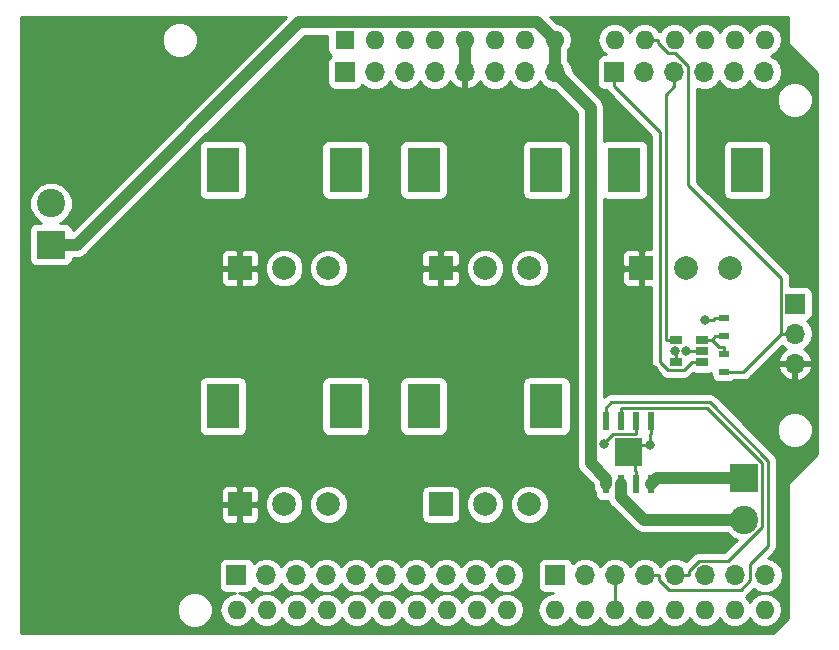
<source format=gbr>
G04 #@! TF.GenerationSoftware,KiCad,Pcbnew,(5.0.0-rc2-dev-668-g07e7340a9)*
G04 #@! TF.CreationDate,2019-04-05T10:17:21-04:00*
G04 #@! TF.ProjectId,MagLev,4D61674C65762E6B696361645F706362,rev?*
G04 #@! TF.SameCoordinates,Original*
G04 #@! TF.FileFunction,Copper,L1,Top,Signal*
G04 #@! TF.FilePolarity,Positive*
%FSLAX46Y46*%
G04 Gerber Fmt 4.6, Leading zero omitted, Abs format (unit mm)*
G04 Created by KiCad (PCBNEW (5.0.0-rc2-dev-668-g07e7340a9)) date 04/05/19 10:17:21*
%MOMM*%
%LPD*%
G01*
G04 APERTURE LIST*
%ADD10O,1.600000X1.600000*%
%ADD11R,1.600000X1.600000*%
%ADD12R,1.700000X1.700000*%
%ADD13O,1.700000X1.700000*%
%ADD14R,2.400000X2.400000*%
%ADD15C,2.400000*%
%ADD16R,0.900000X0.500000*%
%ADD17R,2.800000X3.800000*%
%ADD18C,2.000000*%
%ADD19R,2.000000X2.000000*%
%ADD20R,1.060000X0.650000*%
%ADD21R,0.600000X1.550000*%
%ADD22R,1.175000X1.175000*%
%ADD23C,0.800000*%
%ADD24C,0.250000*%
%ADD25C,1.000000*%
%ADD26C,0.254000*%
G04 APERTURE END LIST*
D10*
X162085000Y-115927500D03*
X164625000Y-115927500D03*
X125005000Y-115927500D03*
X164625000Y-67667500D03*
X127545000Y-115927500D03*
X162085000Y-67667500D03*
X130085000Y-115927500D03*
X159545000Y-67667500D03*
X132625000Y-115927500D03*
X157005000Y-67667500D03*
X135165000Y-115927500D03*
X154465000Y-67667500D03*
X137705000Y-115927500D03*
X151925000Y-67667500D03*
X140245000Y-115927500D03*
X146845000Y-67667500D03*
X142785000Y-115927500D03*
X144305000Y-67667500D03*
X146845000Y-115927500D03*
X141765000Y-67667500D03*
X149385000Y-115927500D03*
X139225000Y-67667500D03*
X151925000Y-115927500D03*
X136685000Y-67667500D03*
X154465000Y-115927500D03*
X134145000Y-67667500D03*
X157005000Y-115927500D03*
X131605000Y-67667500D03*
X159545000Y-115927500D03*
D11*
X129065000Y-67667500D03*
D10*
X122465000Y-115927500D03*
X119925000Y-115927500D03*
D12*
X167200000Y-90000000D03*
D13*
X167200000Y-92540000D03*
X167200000Y-95080000D03*
D14*
X104200000Y-85000000D03*
D15*
X104200000Y-81500000D03*
X162900000Y-108300000D03*
D14*
X162900000Y-104800000D03*
D16*
X161200000Y-94250000D03*
X161200000Y-95750000D03*
X161200000Y-92750000D03*
X161200000Y-91250000D03*
D17*
X129150000Y-78675000D03*
X118750000Y-78675000D03*
D18*
X127700000Y-87000000D03*
X123950000Y-87000000D03*
D19*
X120200000Y-87000000D03*
D17*
X129150000Y-98675000D03*
X118750000Y-98675000D03*
D18*
X127700000Y-107000000D03*
X123950000Y-107000000D03*
D19*
X120200000Y-107000000D03*
X137200000Y-87000000D03*
D18*
X140950000Y-87000000D03*
X144700000Y-87000000D03*
D17*
X135750000Y-78675000D03*
X146150000Y-78675000D03*
D19*
X137200000Y-107000000D03*
D18*
X140950000Y-107000000D03*
X144700000Y-107000000D03*
D17*
X135750000Y-98675000D03*
X146150000Y-98675000D03*
X163150000Y-78675000D03*
X152750000Y-78675000D03*
D18*
X161700000Y-87000000D03*
X157950000Y-87000000D03*
D19*
X154200000Y-87000000D03*
D20*
X159300000Y-94950000D03*
X159300000Y-94000000D03*
X159300000Y-93050000D03*
X157100000Y-93050000D03*
X157100000Y-94950000D03*
D21*
X155005000Y-99900000D03*
X153735000Y-99900000D03*
X152465000Y-99900000D03*
X151195000Y-99900000D03*
X151195000Y-105300000D03*
X152465000Y-105300000D03*
X153735000Y-105300000D03*
X155005000Y-105300000D03*
D22*
X152512500Y-103187500D03*
X153687500Y-103187500D03*
X152512500Y-102012500D03*
X153687500Y-102012500D03*
D13*
X142760000Y-113000000D03*
X140220000Y-113000000D03*
X137680000Y-113000000D03*
X135140000Y-113000000D03*
X132600000Y-113000000D03*
X130060000Y-113000000D03*
X127520000Y-113000000D03*
X124980000Y-113000000D03*
X122440000Y-113000000D03*
D12*
X119900000Y-113000000D03*
X146900000Y-113000000D03*
D13*
X149440000Y-113000000D03*
X151980000Y-113000000D03*
X154520000Y-113000000D03*
X157060000Y-113000000D03*
X159600000Y-113000000D03*
X162140000Y-113000000D03*
X164680000Y-113000000D03*
X146880000Y-70400000D03*
X144340000Y-70400000D03*
X141800000Y-70400000D03*
X139260000Y-70400000D03*
X136720000Y-70400000D03*
X134180000Y-70400000D03*
X131640000Y-70400000D03*
D12*
X129100000Y-70400000D03*
D13*
X164600000Y-70400000D03*
X162060000Y-70400000D03*
X159520000Y-70400000D03*
X156980000Y-70400000D03*
X154440000Y-70400000D03*
D12*
X151900000Y-70400000D03*
D23*
X154936300Y-102001700D03*
X157999335Y-94036774D03*
X157000000Y-94000000D03*
X155300000Y-95600000D03*
X151027100Y-101868700D03*
X159575500Y-91399800D03*
D24*
X155005000Y-101000300D02*
X154936300Y-101069000D01*
X154936300Y-101069000D02*
X154936300Y-102001700D01*
X154936300Y-102001700D02*
X154611100Y-102001700D01*
X154611100Y-102001700D02*
X154600300Y-102012500D01*
X153687500Y-102012500D02*
X154600300Y-102012500D01*
X155005000Y-99900000D02*
X155005000Y-101000300D01*
X153687500Y-103187500D02*
X153425300Y-103187500D01*
X153687500Y-103187500D02*
X153687500Y-104152200D01*
X153687500Y-104152200D02*
X153735000Y-104199700D01*
X152512500Y-103187500D02*
X153425300Y-103187500D01*
X153735000Y-105300000D02*
X153735000Y-104199700D01*
X153687500Y-103187500D02*
X153687500Y-102012500D01*
X152512500Y-102012500D02*
X153687500Y-102012500D01*
X158036109Y-94000000D02*
X157999335Y-94036774D01*
X159300000Y-94000000D02*
X158036109Y-94000000D01*
X157100000Y-93050000D02*
X156244700Y-93050000D01*
X156980000Y-70400000D02*
X156980000Y-71575300D01*
X156980000Y-71575300D02*
X156244700Y-72310600D01*
X156244700Y-72310600D02*
X156244700Y-93050000D01*
X154465000Y-67667500D02*
X155590300Y-67667500D01*
X155590300Y-67667500D02*
X155590300Y-67948900D01*
X155590300Y-67948900D02*
X156434200Y-68792800D01*
X156434200Y-68792800D02*
X157036900Y-68792800D01*
X157036900Y-68792800D02*
X158165800Y-69921700D01*
X158165800Y-69921700D02*
X158165800Y-79987100D01*
X158165800Y-79987100D02*
X166024700Y-87846000D01*
X166024700Y-87846000D02*
X166024700Y-92540000D01*
X167200000Y-92540000D02*
X166024700Y-92540000D01*
X161200000Y-95750000D02*
X162814700Y-95750000D01*
X162814700Y-95750000D02*
X166024700Y-92540000D01*
X151900000Y-70400000D02*
X151900000Y-71575300D01*
X159300000Y-94950000D02*
X158444700Y-94950000D01*
X158444700Y-94950000D02*
X157794400Y-95600300D01*
X157794400Y-95600300D02*
X156427300Y-95600300D01*
X156427300Y-95600300D02*
X155794300Y-94967300D01*
X155794300Y-94967300D02*
X155794300Y-75469600D01*
X155794300Y-75469600D02*
X151900000Y-71575300D01*
D25*
X146845000Y-67667500D02*
X145345000Y-66167500D01*
X145345000Y-66167500D02*
X125233000Y-66167500D01*
X125233000Y-66167500D02*
X106400000Y-85000000D01*
X106400000Y-85000000D02*
X104200000Y-85000000D01*
X146845000Y-67667500D02*
X146845000Y-70365000D01*
X146845000Y-70365000D02*
X146880000Y-70400000D01*
X151195000Y-105300000D02*
X151195000Y-104825000D01*
X151195000Y-104825000D02*
X149895000Y-103525000D01*
X149895000Y-103525000D02*
X149895000Y-73415000D01*
X149895000Y-73415000D02*
X146880000Y-70400000D01*
X139225000Y-70365000D02*
X139260000Y-70400000D01*
X139225000Y-67667500D02*
X139225000Y-70365000D01*
D24*
X138450000Y-87000000D02*
X137200000Y-87000000D01*
X139260000Y-86190000D02*
X138450000Y-87000000D01*
X139260000Y-70400000D02*
X139260000Y-86190000D01*
X157100000Y-94100000D02*
X157000000Y-94000000D01*
X157100000Y-94950000D02*
X157100000Y-94100000D01*
X154200000Y-94500000D02*
X154200000Y-87000000D01*
X155300000Y-95600000D02*
X154200000Y-94500000D01*
X153735000Y-99900000D02*
X153735000Y-101000300D01*
X151027100Y-101868700D02*
X151027100Y-101772400D01*
X151027100Y-101772400D02*
X151799200Y-101000300D01*
X151799200Y-101000300D02*
X153735000Y-101000300D01*
X151980000Y-113000000D02*
X151980000Y-114175300D01*
X151980000Y-114175300D02*
X151925000Y-114230300D01*
X151925000Y-114230300D02*
X151925000Y-115927500D01*
X152465000Y-99900000D02*
X152465000Y-98799700D01*
X157060000Y-113000000D02*
X158235300Y-113000000D01*
X158235300Y-113000000D02*
X158235300Y-112632600D01*
X158235300Y-112632600D02*
X159043200Y-111824700D01*
X159043200Y-111824700D02*
X161544900Y-111824700D01*
X161544900Y-111824700D02*
X164425400Y-108944200D01*
X164425400Y-108944200D02*
X164425400Y-103465300D01*
X164425400Y-103465300D02*
X159759800Y-98799700D01*
X159759800Y-98799700D02*
X152465000Y-98799700D01*
D25*
X162900000Y-104800000D02*
X155505000Y-104800000D01*
X155505000Y-104800000D02*
X155005000Y-105300000D01*
X152465000Y-105300000D02*
X152465000Y-106365000D01*
X152465000Y-106365000D02*
X154400000Y-108300000D01*
X154400000Y-108300000D02*
X162900000Y-108300000D01*
D24*
X161200000Y-94250000D02*
X161200000Y-93674700D01*
X160155300Y-93050000D02*
X160780000Y-93674700D01*
X160780000Y-93674700D02*
X161200000Y-93674700D01*
X160042700Y-93050000D02*
X160155300Y-93050000D01*
X159300000Y-93050000D02*
X160042700Y-93050000D01*
X161200000Y-92750000D02*
X160424700Y-92750000D01*
X160155300Y-93050000D02*
X160424700Y-92780600D01*
X160424700Y-92780600D02*
X160424700Y-92750000D01*
X161200000Y-91250000D02*
X160424700Y-91250000D01*
X159575500Y-91399800D02*
X160274900Y-91399800D01*
X160274900Y-91399800D02*
X160424700Y-91250000D01*
X151195000Y-99900000D02*
X151195000Y-98799700D01*
X154520000Y-113000000D02*
X155695300Y-113000000D01*
X155695300Y-113000000D02*
X155695300Y-113367300D01*
X155695300Y-113367300D02*
X156543700Y-114215700D01*
X156543700Y-114215700D02*
X162614300Y-114215700D01*
X162614300Y-114215700D02*
X163410000Y-113420000D01*
X163410000Y-113420000D02*
X163410000Y-112011600D01*
X163410000Y-112011600D02*
X164917900Y-110503700D01*
X164917900Y-110503700D02*
X164917900Y-103288900D01*
X164917900Y-103288900D02*
X159967800Y-98338800D01*
X159967800Y-98338800D02*
X151655900Y-98338800D01*
X151655900Y-98338800D02*
X151195000Y-98799700D01*
D26*
G36*
X106038720Y-83756160D02*
X105998157Y-83552235D01*
X105857809Y-83342191D01*
X105647765Y-83201843D01*
X105400000Y-83152560D01*
X105005453Y-83152560D01*
X105239444Y-83055638D01*
X105755638Y-82539444D01*
X106035000Y-81865004D01*
X106035000Y-81134996D01*
X105755638Y-80460556D01*
X105239444Y-79944362D01*
X104565004Y-79665000D01*
X103834996Y-79665000D01*
X103160556Y-79944362D01*
X102644362Y-80460556D01*
X102365000Y-81134996D01*
X102365000Y-81865004D01*
X102644362Y-82539444D01*
X103160556Y-83055638D01*
X103394547Y-83152560D01*
X103000000Y-83152560D01*
X102752235Y-83201843D01*
X102542191Y-83342191D01*
X102401843Y-83552235D01*
X102352560Y-83800000D01*
X102352560Y-86200000D01*
X102401843Y-86447765D01*
X102542191Y-86657809D01*
X102752235Y-86798157D01*
X103000000Y-86847440D01*
X105400000Y-86847440D01*
X105647765Y-86798157D01*
X105857809Y-86657809D01*
X105998157Y-86447765D01*
X106047440Y-86200000D01*
X106047440Y-86135000D01*
X106288210Y-86135000D01*
X106399985Y-86157235D01*
X106511776Y-86135000D01*
X106511783Y-86135000D01*
X106616997Y-86114072D01*
X106842840Y-86069152D01*
X106842846Y-86069148D01*
X106842855Y-86069146D01*
X107100474Y-85897010D01*
X107123511Y-85881618D01*
X107123512Y-85881617D01*
X107135375Y-85873690D01*
X118565000Y-85873690D01*
X118565000Y-86714250D01*
X118723750Y-86873000D01*
X120073000Y-86873000D01*
X120073000Y-85523750D01*
X120327000Y-85523750D01*
X120327000Y-86873000D01*
X121676250Y-86873000D01*
X121835000Y-86714250D01*
X121835000Y-86674778D01*
X122315000Y-86674778D01*
X122315000Y-87325222D01*
X122563914Y-87926153D01*
X123023847Y-88386086D01*
X123624778Y-88635000D01*
X124275222Y-88635000D01*
X124876153Y-88386086D01*
X125336086Y-87926153D01*
X125585000Y-87325222D01*
X125585000Y-86674778D01*
X126065000Y-86674778D01*
X126065000Y-87325222D01*
X126313914Y-87926153D01*
X126773847Y-88386086D01*
X127374778Y-88635000D01*
X128025222Y-88635000D01*
X128626153Y-88386086D01*
X129086086Y-87926153D01*
X129335000Y-87325222D01*
X129335000Y-87285750D01*
X135565000Y-87285750D01*
X135565000Y-88126310D01*
X135661673Y-88359699D01*
X135840302Y-88538327D01*
X136073691Y-88635000D01*
X136914250Y-88635000D01*
X137073000Y-88476250D01*
X137073000Y-87127000D01*
X137327000Y-87127000D01*
X137327000Y-88476250D01*
X137485750Y-88635000D01*
X138326309Y-88635000D01*
X138559698Y-88538327D01*
X138738327Y-88359699D01*
X138835000Y-88126310D01*
X138835000Y-87285750D01*
X138676250Y-87127000D01*
X137327000Y-87127000D01*
X137073000Y-87127000D01*
X135723750Y-87127000D01*
X135565000Y-87285750D01*
X129335000Y-87285750D01*
X129335000Y-86674778D01*
X129086086Y-86073847D01*
X128885929Y-85873690D01*
X135565000Y-85873690D01*
X135565000Y-86714250D01*
X135723750Y-86873000D01*
X137073000Y-86873000D01*
X137073000Y-85523750D01*
X137327000Y-85523750D01*
X137327000Y-86873000D01*
X138676250Y-86873000D01*
X138835000Y-86714250D01*
X138835000Y-86674778D01*
X139315000Y-86674778D01*
X139315000Y-87325222D01*
X139563914Y-87926153D01*
X140023847Y-88386086D01*
X140624778Y-88635000D01*
X141275222Y-88635000D01*
X141876153Y-88386086D01*
X142336086Y-87926153D01*
X142585000Y-87325222D01*
X142585000Y-86674778D01*
X143065000Y-86674778D01*
X143065000Y-87325222D01*
X143313914Y-87926153D01*
X143773847Y-88386086D01*
X144374778Y-88635000D01*
X145025222Y-88635000D01*
X145626153Y-88386086D01*
X146086086Y-87926153D01*
X146335000Y-87325222D01*
X146335000Y-86674778D01*
X146086086Y-86073847D01*
X145626153Y-85613914D01*
X145025222Y-85365000D01*
X144374778Y-85365000D01*
X143773847Y-85613914D01*
X143313914Y-86073847D01*
X143065000Y-86674778D01*
X142585000Y-86674778D01*
X142336086Y-86073847D01*
X141876153Y-85613914D01*
X141275222Y-85365000D01*
X140624778Y-85365000D01*
X140023847Y-85613914D01*
X139563914Y-86073847D01*
X139315000Y-86674778D01*
X138835000Y-86674778D01*
X138835000Y-85873690D01*
X138738327Y-85640301D01*
X138559698Y-85461673D01*
X138326309Y-85365000D01*
X137485750Y-85365000D01*
X137327000Y-85523750D01*
X137073000Y-85523750D01*
X136914250Y-85365000D01*
X136073691Y-85365000D01*
X135840302Y-85461673D01*
X135661673Y-85640301D01*
X135565000Y-85873690D01*
X128885929Y-85873690D01*
X128626153Y-85613914D01*
X128025222Y-85365000D01*
X127374778Y-85365000D01*
X126773847Y-85613914D01*
X126313914Y-86073847D01*
X126065000Y-86674778D01*
X125585000Y-86674778D01*
X125336086Y-86073847D01*
X124876153Y-85613914D01*
X124275222Y-85365000D01*
X123624778Y-85365000D01*
X123023847Y-85613914D01*
X122563914Y-86073847D01*
X122315000Y-86674778D01*
X121835000Y-86674778D01*
X121835000Y-85873690D01*
X121738327Y-85640301D01*
X121559698Y-85461673D01*
X121326309Y-85365000D01*
X120485750Y-85365000D01*
X120327000Y-85523750D01*
X120073000Y-85523750D01*
X119914250Y-85365000D01*
X119073691Y-85365000D01*
X118840302Y-85461673D01*
X118661673Y-85640301D01*
X118565000Y-85873690D01*
X107135375Y-85873690D01*
X107218289Y-85818289D01*
X107281608Y-85723525D01*
X116230371Y-76775000D01*
X116702560Y-76775000D01*
X116702560Y-80575000D01*
X116751843Y-80822765D01*
X116892191Y-81032809D01*
X117102235Y-81173157D01*
X117350000Y-81222440D01*
X120150000Y-81222440D01*
X120397765Y-81173157D01*
X120607809Y-81032809D01*
X120748157Y-80822765D01*
X120797440Y-80575000D01*
X120797440Y-76775000D01*
X127102560Y-76775000D01*
X127102560Y-80575000D01*
X127151843Y-80822765D01*
X127292191Y-81032809D01*
X127502235Y-81173157D01*
X127750000Y-81222440D01*
X130550000Y-81222440D01*
X130797765Y-81173157D01*
X131007809Y-81032809D01*
X131148157Y-80822765D01*
X131197440Y-80575000D01*
X131197440Y-76775000D01*
X133702560Y-76775000D01*
X133702560Y-80575000D01*
X133751843Y-80822765D01*
X133892191Y-81032809D01*
X134102235Y-81173157D01*
X134350000Y-81222440D01*
X137150000Y-81222440D01*
X137397765Y-81173157D01*
X137607809Y-81032809D01*
X137748157Y-80822765D01*
X137797440Y-80575000D01*
X137797440Y-76775000D01*
X144102560Y-76775000D01*
X144102560Y-80575000D01*
X144151843Y-80822765D01*
X144292191Y-81032809D01*
X144502235Y-81173157D01*
X144750000Y-81222440D01*
X147550000Y-81222440D01*
X147797765Y-81173157D01*
X148007809Y-81032809D01*
X148148157Y-80822765D01*
X148197440Y-80575000D01*
X148197440Y-76775000D01*
X148148157Y-76527235D01*
X148007809Y-76317191D01*
X147797765Y-76176843D01*
X147550000Y-76127560D01*
X144750000Y-76127560D01*
X144502235Y-76176843D01*
X144292191Y-76317191D01*
X144151843Y-76527235D01*
X144102560Y-76775000D01*
X137797440Y-76775000D01*
X137748157Y-76527235D01*
X137607809Y-76317191D01*
X137397765Y-76176843D01*
X137150000Y-76127560D01*
X134350000Y-76127560D01*
X134102235Y-76176843D01*
X133892191Y-76317191D01*
X133751843Y-76527235D01*
X133702560Y-76775000D01*
X131197440Y-76775000D01*
X131148157Y-76527235D01*
X131007809Y-76317191D01*
X130797765Y-76176843D01*
X130550000Y-76127560D01*
X127750000Y-76127560D01*
X127502235Y-76176843D01*
X127292191Y-76317191D01*
X127151843Y-76527235D01*
X127102560Y-76775000D01*
X120797440Y-76775000D01*
X120748157Y-76527235D01*
X120607809Y-76317191D01*
X120397765Y-76176843D01*
X120150000Y-76127560D01*
X117350000Y-76127560D01*
X117102235Y-76176843D01*
X116892191Y-76317191D01*
X116751843Y-76527235D01*
X116702560Y-76775000D01*
X116230371Y-76775000D01*
X125703123Y-67302500D01*
X127617560Y-67302500D01*
X127617560Y-68467500D01*
X127666843Y-68715265D01*
X127807191Y-68925309D01*
X127924568Y-69003739D01*
X127792191Y-69092191D01*
X127651843Y-69302235D01*
X127602560Y-69550000D01*
X127602560Y-71250000D01*
X127651843Y-71497765D01*
X127792191Y-71707809D01*
X128002235Y-71848157D01*
X128250000Y-71897440D01*
X129950000Y-71897440D01*
X130197765Y-71848157D01*
X130407809Y-71707809D01*
X130548157Y-71497765D01*
X130557184Y-71452381D01*
X130569375Y-71470625D01*
X131060582Y-71798839D01*
X131493744Y-71885000D01*
X131786256Y-71885000D01*
X132219418Y-71798839D01*
X132710625Y-71470625D01*
X132910000Y-71172239D01*
X133109375Y-71470625D01*
X133600582Y-71798839D01*
X134033744Y-71885000D01*
X134326256Y-71885000D01*
X134759418Y-71798839D01*
X135250625Y-71470625D01*
X135450000Y-71172239D01*
X135649375Y-71470625D01*
X136140582Y-71798839D01*
X136573744Y-71885000D01*
X136866256Y-71885000D01*
X137299418Y-71798839D01*
X137790625Y-71470625D01*
X138003843Y-71151522D01*
X138064817Y-71281358D01*
X138493076Y-71671645D01*
X138903110Y-71841476D01*
X139133000Y-71720155D01*
X139133000Y-70527000D01*
X139113000Y-70527000D01*
X139113000Y-70273000D01*
X139133000Y-70273000D01*
X139133000Y-69079845D01*
X138982918Y-69000641D01*
X139098000Y-68937415D01*
X139098000Y-67794500D01*
X139078000Y-67794500D01*
X139078000Y-67540500D01*
X139098000Y-67540500D01*
X139098000Y-67520500D01*
X139352000Y-67520500D01*
X139352000Y-67540500D01*
X139372000Y-67540500D01*
X139372000Y-67794500D01*
X139352000Y-67794500D01*
X139352000Y-68937415D01*
X139501378Y-69019484D01*
X139387000Y-69079845D01*
X139387000Y-70273000D01*
X139407000Y-70273000D01*
X139407000Y-70527000D01*
X139387000Y-70527000D01*
X139387000Y-71720155D01*
X139616890Y-71841476D01*
X140026924Y-71671645D01*
X140455183Y-71281358D01*
X140516157Y-71151522D01*
X140729375Y-71470625D01*
X141220582Y-71798839D01*
X141653744Y-71885000D01*
X141946256Y-71885000D01*
X142379418Y-71798839D01*
X142870625Y-71470625D01*
X143070000Y-71172239D01*
X143269375Y-71470625D01*
X143760582Y-71798839D01*
X144193744Y-71885000D01*
X144486256Y-71885000D01*
X144919418Y-71798839D01*
X145410625Y-71470625D01*
X145610000Y-71172239D01*
X145809375Y-71470625D01*
X146300582Y-71798839D01*
X146733744Y-71885000D01*
X146759869Y-71885000D01*
X148760001Y-73885133D01*
X148760000Y-103413217D01*
X148737765Y-103525000D01*
X148778712Y-103730854D01*
X148825854Y-103967854D01*
X149076711Y-104343289D01*
X149171482Y-104406613D01*
X150060000Y-105295132D01*
X150060000Y-105411782D01*
X150125854Y-105742854D01*
X150247560Y-105925000D01*
X150247560Y-106075000D01*
X150296843Y-106322765D01*
X150437191Y-106532809D01*
X150647235Y-106673157D01*
X150895000Y-106722440D01*
X151378864Y-106722440D01*
X151395854Y-106807855D01*
X151646712Y-107183289D01*
X151741480Y-107246611D01*
X153518389Y-109023521D01*
X153581711Y-109118289D01*
X153957145Y-109369146D01*
X154288217Y-109435000D01*
X154399999Y-109457235D01*
X154511781Y-109435000D01*
X161439918Y-109435000D01*
X161860556Y-109855638D01*
X162269691Y-110025107D01*
X161230099Y-111064700D01*
X159118046Y-111064700D01*
X159043199Y-111049812D01*
X158968352Y-111064700D01*
X158968348Y-111064700D01*
X158746663Y-111108796D01*
X158495271Y-111276771D01*
X158452871Y-111340227D01*
X157970629Y-111822469D01*
X157639418Y-111601161D01*
X157206256Y-111515000D01*
X156913744Y-111515000D01*
X156480582Y-111601161D01*
X155989375Y-111929375D01*
X155790000Y-112227761D01*
X155590625Y-111929375D01*
X155099418Y-111601161D01*
X154666256Y-111515000D01*
X154373744Y-111515000D01*
X153940582Y-111601161D01*
X153449375Y-111929375D01*
X153250000Y-112227761D01*
X153050625Y-111929375D01*
X152559418Y-111601161D01*
X152126256Y-111515000D01*
X151833744Y-111515000D01*
X151400582Y-111601161D01*
X150909375Y-111929375D01*
X150710000Y-112227761D01*
X150510625Y-111929375D01*
X150019418Y-111601161D01*
X149586256Y-111515000D01*
X149293744Y-111515000D01*
X148860582Y-111601161D01*
X148369375Y-111929375D01*
X148357184Y-111947619D01*
X148348157Y-111902235D01*
X148207809Y-111692191D01*
X147997765Y-111551843D01*
X147750000Y-111502560D01*
X146050000Y-111502560D01*
X145802235Y-111551843D01*
X145592191Y-111692191D01*
X145451843Y-111902235D01*
X145402560Y-112150000D01*
X145402560Y-113850000D01*
X145451843Y-114097765D01*
X145592191Y-114307809D01*
X145802235Y-114448157D01*
X146050000Y-114497440D01*
X146678832Y-114497440D01*
X146285091Y-114575760D01*
X145810423Y-114892923D01*
X145493260Y-115367591D01*
X145381887Y-115927500D01*
X145493260Y-116487409D01*
X145810423Y-116962077D01*
X146285091Y-117279240D01*
X146703667Y-117362500D01*
X146986333Y-117362500D01*
X147404909Y-117279240D01*
X147879577Y-116962077D01*
X148115000Y-116609742D01*
X148350423Y-116962077D01*
X148825091Y-117279240D01*
X149243667Y-117362500D01*
X149526333Y-117362500D01*
X149944909Y-117279240D01*
X150419577Y-116962077D01*
X150655000Y-116609742D01*
X150890423Y-116962077D01*
X151365091Y-117279240D01*
X151783667Y-117362500D01*
X152066333Y-117362500D01*
X152484909Y-117279240D01*
X152959577Y-116962077D01*
X153195000Y-116609742D01*
X153430423Y-116962077D01*
X153905091Y-117279240D01*
X154323667Y-117362500D01*
X154606333Y-117362500D01*
X155024909Y-117279240D01*
X155499577Y-116962077D01*
X155735000Y-116609742D01*
X155970423Y-116962077D01*
X156445091Y-117279240D01*
X156863667Y-117362500D01*
X157146333Y-117362500D01*
X157564909Y-117279240D01*
X158039577Y-116962077D01*
X158275000Y-116609742D01*
X158510423Y-116962077D01*
X158985091Y-117279240D01*
X159403667Y-117362500D01*
X159686333Y-117362500D01*
X160104909Y-117279240D01*
X160579577Y-116962077D01*
X160815000Y-116609742D01*
X161050423Y-116962077D01*
X161525091Y-117279240D01*
X161943667Y-117362500D01*
X162226333Y-117362500D01*
X162644909Y-117279240D01*
X163119577Y-116962077D01*
X163355000Y-116609742D01*
X163590423Y-116962077D01*
X164065091Y-117279240D01*
X164483667Y-117362500D01*
X164766333Y-117362500D01*
X165184909Y-117279240D01*
X165659577Y-116962077D01*
X165976740Y-116487409D01*
X166088113Y-115927500D01*
X165976740Y-115367591D01*
X165659577Y-114892923D01*
X165184909Y-114575760D01*
X164766333Y-114492500D01*
X164483667Y-114492500D01*
X164065091Y-114575760D01*
X163590423Y-114892923D01*
X163355000Y-115245258D01*
X163119577Y-114892923D01*
X163044152Y-114842526D01*
X163162229Y-114763629D01*
X163204631Y-114700170D01*
X163744134Y-114160668D01*
X164100582Y-114398839D01*
X164533744Y-114485000D01*
X164826256Y-114485000D01*
X165259418Y-114398839D01*
X165750625Y-114070625D01*
X166078839Y-113579418D01*
X166194092Y-113000000D01*
X166078839Y-112420582D01*
X165750625Y-111929375D01*
X165259418Y-111601161D01*
X164955661Y-111540740D01*
X165402373Y-111094029D01*
X165465829Y-111051629D01*
X165633804Y-110800237D01*
X165677900Y-110578552D01*
X165677900Y-110578548D01*
X165692788Y-110503700D01*
X165677900Y-110428852D01*
X165677900Y-103363748D01*
X165692788Y-103288900D01*
X165677900Y-103214052D01*
X165677900Y-103214048D01*
X165633804Y-102992363D01*
X165465829Y-102740971D01*
X165402373Y-102698571D01*
X163087961Y-100384159D01*
X165640000Y-100384159D01*
X165640000Y-100990841D01*
X165872167Y-101551343D01*
X166301157Y-101980333D01*
X166861659Y-102212500D01*
X167468341Y-102212500D01*
X168028843Y-101980333D01*
X168457833Y-101551343D01*
X168690000Y-100990841D01*
X168690000Y-100384159D01*
X168457833Y-99823657D01*
X168028843Y-99394667D01*
X167468341Y-99162500D01*
X166861659Y-99162500D01*
X166301157Y-99394667D01*
X165872167Y-99823657D01*
X165640000Y-100384159D01*
X163087961Y-100384159D01*
X160558131Y-97854330D01*
X160515729Y-97790871D01*
X160264337Y-97622896D01*
X160042652Y-97578800D01*
X160042647Y-97578800D01*
X159967800Y-97563912D01*
X159892953Y-97578800D01*
X151730746Y-97578800D01*
X151655899Y-97563912D01*
X151581052Y-97578800D01*
X151581048Y-97578800D01*
X151359363Y-97622896D01*
X151107971Y-97790871D01*
X151065569Y-97854330D01*
X151030000Y-97889899D01*
X151030000Y-87285750D01*
X152565000Y-87285750D01*
X152565000Y-88126310D01*
X152661673Y-88359699D01*
X152840302Y-88538327D01*
X153073691Y-88635000D01*
X153914250Y-88635000D01*
X154073000Y-88476250D01*
X154073000Y-87127000D01*
X152723750Y-87127000D01*
X152565000Y-87285750D01*
X151030000Y-87285750D01*
X151030000Y-85873690D01*
X152565000Y-85873690D01*
X152565000Y-86714250D01*
X152723750Y-86873000D01*
X154073000Y-86873000D01*
X154073000Y-85523750D01*
X153914250Y-85365000D01*
X153073691Y-85365000D01*
X152840302Y-85461673D01*
X152661673Y-85640301D01*
X152565000Y-85873690D01*
X151030000Y-85873690D01*
X151030000Y-81124891D01*
X151102235Y-81173157D01*
X151350000Y-81222440D01*
X154150000Y-81222440D01*
X154397765Y-81173157D01*
X154607809Y-81032809D01*
X154748157Y-80822765D01*
X154797440Y-80575000D01*
X154797440Y-76775000D01*
X154748157Y-76527235D01*
X154607809Y-76317191D01*
X154397765Y-76176843D01*
X154150000Y-76127560D01*
X151350000Y-76127560D01*
X151102235Y-76176843D01*
X151030000Y-76225109D01*
X151030000Y-73526783D01*
X151052235Y-73415000D01*
X150964146Y-72972145D01*
X150888230Y-72858529D01*
X150713289Y-72596711D01*
X150618521Y-72533389D01*
X148371487Y-70286356D01*
X148278839Y-69820582D01*
X148098042Y-69550000D01*
X150402560Y-69550000D01*
X150402560Y-71250000D01*
X150451843Y-71497765D01*
X150592191Y-71707809D01*
X150802235Y-71848157D01*
X151050000Y-71897440D01*
X151201204Y-71897440D01*
X151279130Y-72014063D01*
X151352072Y-72123229D01*
X151415528Y-72165629D01*
X155034301Y-75784403D01*
X155034300Y-85365000D01*
X154485750Y-85365000D01*
X154327000Y-85523750D01*
X154327000Y-86873000D01*
X154347000Y-86873000D01*
X154347000Y-87127000D01*
X154327000Y-87127000D01*
X154327000Y-88476250D01*
X154485750Y-88635000D01*
X155034300Y-88635000D01*
X155034300Y-94892453D01*
X155019412Y-94967300D01*
X155034300Y-95042147D01*
X155034300Y-95042151D01*
X155078396Y-95263836D01*
X155246371Y-95515229D01*
X155309830Y-95557631D01*
X155836971Y-96084773D01*
X155879371Y-96148229D01*
X156130763Y-96316204D01*
X156352448Y-96360300D01*
X156352452Y-96360300D01*
X156427299Y-96375188D01*
X156502146Y-96360300D01*
X157719553Y-96360300D01*
X157794400Y-96375188D01*
X157869247Y-96360300D01*
X157869252Y-96360300D01*
X158090937Y-96316204D01*
X158342329Y-96148229D01*
X158384731Y-96084770D01*
X158584049Y-95885452D01*
X158770000Y-95922440D01*
X159830000Y-95922440D01*
X160077765Y-95873157D01*
X160102560Y-95856589D01*
X160102560Y-96000000D01*
X160151843Y-96247765D01*
X160292191Y-96457809D01*
X160502235Y-96598157D01*
X160750000Y-96647440D01*
X161650000Y-96647440D01*
X161897765Y-96598157D01*
X162029700Y-96510000D01*
X162739853Y-96510000D01*
X162814700Y-96524888D01*
X162889547Y-96510000D01*
X162889552Y-96510000D01*
X163111237Y-96465904D01*
X163362629Y-96297929D01*
X163405031Y-96234470D01*
X164202611Y-95436890D01*
X165758524Y-95436890D01*
X165928355Y-95846924D01*
X166318642Y-96275183D01*
X166843108Y-96521486D01*
X167073000Y-96400819D01*
X167073000Y-95207000D01*
X167327000Y-95207000D01*
X167327000Y-96400819D01*
X167556892Y-96521486D01*
X168081358Y-96275183D01*
X168471645Y-95846924D01*
X168641476Y-95436890D01*
X168520155Y-95207000D01*
X167327000Y-95207000D01*
X167073000Y-95207000D01*
X165879845Y-95207000D01*
X165758524Y-95436890D01*
X164202611Y-95436890D01*
X166089121Y-93550381D01*
X166129375Y-93610625D01*
X166448478Y-93823843D01*
X166318642Y-93884817D01*
X165928355Y-94313076D01*
X165758524Y-94723110D01*
X165879845Y-94953000D01*
X167073000Y-94953000D01*
X167073000Y-94933000D01*
X167327000Y-94933000D01*
X167327000Y-94953000D01*
X168520155Y-94953000D01*
X168641476Y-94723110D01*
X168471645Y-94313076D01*
X168081358Y-93884817D01*
X167951522Y-93823843D01*
X168270625Y-93610625D01*
X168598839Y-93119418D01*
X168714092Y-92540000D01*
X168598839Y-91960582D01*
X168270625Y-91469375D01*
X168252381Y-91457184D01*
X168297765Y-91448157D01*
X168507809Y-91307809D01*
X168648157Y-91097765D01*
X168697440Y-90850000D01*
X168697440Y-89150000D01*
X168648157Y-88902235D01*
X168507809Y-88692191D01*
X168297765Y-88551843D01*
X168050000Y-88502560D01*
X166784700Y-88502560D01*
X166784700Y-87920847D01*
X166799588Y-87846000D01*
X166784700Y-87771153D01*
X166784700Y-87771148D01*
X166740604Y-87549463D01*
X166572629Y-87298071D01*
X166509173Y-87255671D01*
X158925800Y-79672299D01*
X158925800Y-76775000D01*
X161102560Y-76775000D01*
X161102560Y-80575000D01*
X161151843Y-80822765D01*
X161292191Y-81032809D01*
X161502235Y-81173157D01*
X161750000Y-81222440D01*
X164550000Y-81222440D01*
X164797765Y-81173157D01*
X165007809Y-81032809D01*
X165148157Y-80822765D01*
X165197440Y-80575000D01*
X165197440Y-76775000D01*
X165148157Y-76527235D01*
X165007809Y-76317191D01*
X164797765Y-76176843D01*
X164550000Y-76127560D01*
X161750000Y-76127560D01*
X161502235Y-76176843D01*
X161292191Y-76317191D01*
X161151843Y-76527235D01*
X161102560Y-76775000D01*
X158925800Y-76775000D01*
X158925800Y-72444159D01*
X165640000Y-72444159D01*
X165640000Y-73050841D01*
X165872167Y-73611343D01*
X166301157Y-74040333D01*
X166861659Y-74272500D01*
X167468341Y-74272500D01*
X168028843Y-74040333D01*
X168457833Y-73611343D01*
X168690000Y-73050841D01*
X168690000Y-72444159D01*
X168457833Y-71883657D01*
X168028843Y-71454667D01*
X167468341Y-71222500D01*
X166861659Y-71222500D01*
X166301157Y-71454667D01*
X165872167Y-71883657D01*
X165640000Y-72444159D01*
X158925800Y-72444159D01*
X158925800Y-71788962D01*
X158940582Y-71798839D01*
X159373744Y-71885000D01*
X159666256Y-71885000D01*
X160099418Y-71798839D01*
X160590625Y-71470625D01*
X160790000Y-71172239D01*
X160989375Y-71470625D01*
X161480582Y-71798839D01*
X161913744Y-71885000D01*
X162206256Y-71885000D01*
X162639418Y-71798839D01*
X163130625Y-71470625D01*
X163330000Y-71172239D01*
X163529375Y-71470625D01*
X164020582Y-71798839D01*
X164453744Y-71885000D01*
X164746256Y-71885000D01*
X165179418Y-71798839D01*
X165670625Y-71470625D01*
X165998839Y-70979418D01*
X166114092Y-70400000D01*
X165998839Y-69820582D01*
X165670625Y-69329375D01*
X165195692Y-69012035D01*
X165659577Y-68702077D01*
X165976740Y-68227409D01*
X166088113Y-67667500D01*
X165976740Y-67107591D01*
X165659577Y-66632923D01*
X165184909Y-66315760D01*
X164766333Y-66232500D01*
X164483667Y-66232500D01*
X164065091Y-66315760D01*
X163590423Y-66632923D01*
X163355000Y-66985258D01*
X163119577Y-66632923D01*
X162644909Y-66315760D01*
X162226333Y-66232500D01*
X161943667Y-66232500D01*
X161525091Y-66315760D01*
X161050423Y-66632923D01*
X160815000Y-66985258D01*
X160579577Y-66632923D01*
X160104909Y-66315760D01*
X159686333Y-66232500D01*
X159403667Y-66232500D01*
X158985091Y-66315760D01*
X158510423Y-66632923D01*
X158275000Y-66985258D01*
X158039577Y-66632923D01*
X157564909Y-66315760D01*
X157146333Y-66232500D01*
X156863667Y-66232500D01*
X156445091Y-66315760D01*
X155970423Y-66632923D01*
X155772667Y-66928886D01*
X155685786Y-66911604D01*
X155499577Y-66632923D01*
X155024909Y-66315760D01*
X154606333Y-66232500D01*
X154323667Y-66232500D01*
X153905091Y-66315760D01*
X153430423Y-66632923D01*
X153195000Y-66985258D01*
X152959577Y-66632923D01*
X152484909Y-66315760D01*
X152066333Y-66232500D01*
X151783667Y-66232500D01*
X151365091Y-66315760D01*
X150890423Y-66632923D01*
X150573260Y-67107591D01*
X150461887Y-67667500D01*
X150573260Y-68227409D01*
X150890423Y-68702077D01*
X151190467Y-68902560D01*
X151050000Y-68902560D01*
X150802235Y-68951843D01*
X150592191Y-69092191D01*
X150451843Y-69302235D01*
X150402560Y-69550000D01*
X148098042Y-69550000D01*
X147980000Y-69373338D01*
X147980000Y-68551783D01*
X148196740Y-68227409D01*
X148308113Y-67667500D01*
X148196740Y-67107591D01*
X147879577Y-66632923D01*
X147404909Y-66315760D01*
X147022282Y-66239651D01*
X146492631Y-65710000D01*
X166590000Y-65710000D01*
X166590001Y-67630071D01*
X166576091Y-67700000D01*
X166625601Y-67948900D01*
X166631196Y-67977028D01*
X166788120Y-68211881D01*
X166847402Y-68251492D01*
X169090000Y-70494092D01*
X169090001Y-102705907D01*
X166847402Y-104948508D01*
X166788119Y-104988120D01*
X166631195Y-105222973D01*
X166590000Y-105430074D01*
X166576091Y-105500000D01*
X166590000Y-105569924D01*
X166590001Y-116605908D01*
X165305910Y-117890000D01*
X101710000Y-117890000D01*
X101710000Y-115624159D01*
X114840000Y-115624159D01*
X114840000Y-116230841D01*
X115072167Y-116791343D01*
X115501157Y-117220333D01*
X116061659Y-117452500D01*
X116668341Y-117452500D01*
X117228843Y-117220333D01*
X117657833Y-116791343D01*
X117890000Y-116230841D01*
X117890000Y-115624159D01*
X117657833Y-115063657D01*
X117228843Y-114634667D01*
X116668341Y-114402500D01*
X116061659Y-114402500D01*
X115501157Y-114634667D01*
X115072167Y-115063657D01*
X114840000Y-115624159D01*
X101710000Y-115624159D01*
X101710000Y-112150000D01*
X118402560Y-112150000D01*
X118402560Y-113850000D01*
X118451843Y-114097765D01*
X118592191Y-114307809D01*
X118802235Y-114448157D01*
X119050000Y-114497440D01*
X119758832Y-114497440D01*
X119365091Y-114575760D01*
X118890423Y-114892923D01*
X118573260Y-115367591D01*
X118461887Y-115927500D01*
X118573260Y-116487409D01*
X118890423Y-116962077D01*
X119365091Y-117279240D01*
X119783667Y-117362500D01*
X120066333Y-117362500D01*
X120484909Y-117279240D01*
X120959577Y-116962077D01*
X121195000Y-116609742D01*
X121430423Y-116962077D01*
X121905091Y-117279240D01*
X122323667Y-117362500D01*
X122606333Y-117362500D01*
X123024909Y-117279240D01*
X123499577Y-116962077D01*
X123735000Y-116609742D01*
X123970423Y-116962077D01*
X124445091Y-117279240D01*
X124863667Y-117362500D01*
X125146333Y-117362500D01*
X125564909Y-117279240D01*
X126039577Y-116962077D01*
X126275000Y-116609742D01*
X126510423Y-116962077D01*
X126985091Y-117279240D01*
X127403667Y-117362500D01*
X127686333Y-117362500D01*
X128104909Y-117279240D01*
X128579577Y-116962077D01*
X128815000Y-116609742D01*
X129050423Y-116962077D01*
X129525091Y-117279240D01*
X129943667Y-117362500D01*
X130226333Y-117362500D01*
X130644909Y-117279240D01*
X131119577Y-116962077D01*
X131355000Y-116609742D01*
X131590423Y-116962077D01*
X132065091Y-117279240D01*
X132483667Y-117362500D01*
X132766333Y-117362500D01*
X133184909Y-117279240D01*
X133659577Y-116962077D01*
X133895000Y-116609742D01*
X134130423Y-116962077D01*
X134605091Y-117279240D01*
X135023667Y-117362500D01*
X135306333Y-117362500D01*
X135724909Y-117279240D01*
X136199577Y-116962077D01*
X136435000Y-116609742D01*
X136670423Y-116962077D01*
X137145091Y-117279240D01*
X137563667Y-117362500D01*
X137846333Y-117362500D01*
X138264909Y-117279240D01*
X138739577Y-116962077D01*
X138975000Y-116609742D01*
X139210423Y-116962077D01*
X139685091Y-117279240D01*
X140103667Y-117362500D01*
X140386333Y-117362500D01*
X140804909Y-117279240D01*
X141279577Y-116962077D01*
X141515000Y-116609742D01*
X141750423Y-116962077D01*
X142225091Y-117279240D01*
X142643667Y-117362500D01*
X142926333Y-117362500D01*
X143344909Y-117279240D01*
X143819577Y-116962077D01*
X144136740Y-116487409D01*
X144248113Y-115927500D01*
X144136740Y-115367591D01*
X143819577Y-114892923D01*
X143344909Y-114575760D01*
X142926333Y-114492500D01*
X142643667Y-114492500D01*
X142225091Y-114575760D01*
X141750423Y-114892923D01*
X141515000Y-115245258D01*
X141279577Y-114892923D01*
X140804909Y-114575760D01*
X140386333Y-114492500D01*
X140103667Y-114492500D01*
X139685091Y-114575760D01*
X139210423Y-114892923D01*
X138975000Y-115245258D01*
X138739577Y-114892923D01*
X138264909Y-114575760D01*
X137846333Y-114492500D01*
X137563667Y-114492500D01*
X137145091Y-114575760D01*
X136670423Y-114892923D01*
X136435000Y-115245258D01*
X136199577Y-114892923D01*
X135724909Y-114575760D01*
X135306333Y-114492500D01*
X135023667Y-114492500D01*
X134605091Y-114575760D01*
X134130423Y-114892923D01*
X133895000Y-115245258D01*
X133659577Y-114892923D01*
X133184909Y-114575760D01*
X132766333Y-114492500D01*
X132483667Y-114492500D01*
X132065091Y-114575760D01*
X131590423Y-114892923D01*
X131355000Y-115245258D01*
X131119577Y-114892923D01*
X130644909Y-114575760D01*
X130226333Y-114492500D01*
X129943667Y-114492500D01*
X129525091Y-114575760D01*
X129050423Y-114892923D01*
X128815000Y-115245258D01*
X128579577Y-114892923D01*
X128104909Y-114575760D01*
X127686333Y-114492500D01*
X127403667Y-114492500D01*
X126985091Y-114575760D01*
X126510423Y-114892923D01*
X126275000Y-115245258D01*
X126039577Y-114892923D01*
X125564909Y-114575760D01*
X125146333Y-114492500D01*
X124863667Y-114492500D01*
X124445091Y-114575760D01*
X123970423Y-114892923D01*
X123735000Y-115245258D01*
X123499577Y-114892923D01*
X123024909Y-114575760D01*
X122606333Y-114492500D01*
X122323667Y-114492500D01*
X121905091Y-114575760D01*
X121430423Y-114892923D01*
X121195000Y-115245258D01*
X120959577Y-114892923D01*
X120484909Y-114575760D01*
X120091168Y-114497440D01*
X120750000Y-114497440D01*
X120997765Y-114448157D01*
X121207809Y-114307809D01*
X121348157Y-114097765D01*
X121357184Y-114052381D01*
X121369375Y-114070625D01*
X121860582Y-114398839D01*
X122293744Y-114485000D01*
X122586256Y-114485000D01*
X123019418Y-114398839D01*
X123510625Y-114070625D01*
X123710000Y-113772239D01*
X123909375Y-114070625D01*
X124400582Y-114398839D01*
X124833744Y-114485000D01*
X125126256Y-114485000D01*
X125559418Y-114398839D01*
X126050625Y-114070625D01*
X126250000Y-113772239D01*
X126449375Y-114070625D01*
X126940582Y-114398839D01*
X127373744Y-114485000D01*
X127666256Y-114485000D01*
X128099418Y-114398839D01*
X128590625Y-114070625D01*
X128790000Y-113772239D01*
X128989375Y-114070625D01*
X129480582Y-114398839D01*
X129913744Y-114485000D01*
X130206256Y-114485000D01*
X130639418Y-114398839D01*
X131130625Y-114070625D01*
X131330000Y-113772239D01*
X131529375Y-114070625D01*
X132020582Y-114398839D01*
X132453744Y-114485000D01*
X132746256Y-114485000D01*
X133179418Y-114398839D01*
X133670625Y-114070625D01*
X133870000Y-113772239D01*
X134069375Y-114070625D01*
X134560582Y-114398839D01*
X134993744Y-114485000D01*
X135286256Y-114485000D01*
X135719418Y-114398839D01*
X136210625Y-114070625D01*
X136410000Y-113772239D01*
X136609375Y-114070625D01*
X137100582Y-114398839D01*
X137533744Y-114485000D01*
X137826256Y-114485000D01*
X138259418Y-114398839D01*
X138750625Y-114070625D01*
X138950000Y-113772239D01*
X139149375Y-114070625D01*
X139640582Y-114398839D01*
X140073744Y-114485000D01*
X140366256Y-114485000D01*
X140799418Y-114398839D01*
X141290625Y-114070625D01*
X141490000Y-113772239D01*
X141689375Y-114070625D01*
X142180582Y-114398839D01*
X142613744Y-114485000D01*
X142906256Y-114485000D01*
X143339418Y-114398839D01*
X143830625Y-114070625D01*
X144158839Y-113579418D01*
X144274092Y-113000000D01*
X144158839Y-112420582D01*
X143830625Y-111929375D01*
X143339418Y-111601161D01*
X142906256Y-111515000D01*
X142613744Y-111515000D01*
X142180582Y-111601161D01*
X141689375Y-111929375D01*
X141490000Y-112227761D01*
X141290625Y-111929375D01*
X140799418Y-111601161D01*
X140366256Y-111515000D01*
X140073744Y-111515000D01*
X139640582Y-111601161D01*
X139149375Y-111929375D01*
X138950000Y-112227761D01*
X138750625Y-111929375D01*
X138259418Y-111601161D01*
X137826256Y-111515000D01*
X137533744Y-111515000D01*
X137100582Y-111601161D01*
X136609375Y-111929375D01*
X136410000Y-112227761D01*
X136210625Y-111929375D01*
X135719418Y-111601161D01*
X135286256Y-111515000D01*
X134993744Y-111515000D01*
X134560582Y-111601161D01*
X134069375Y-111929375D01*
X133870000Y-112227761D01*
X133670625Y-111929375D01*
X133179418Y-111601161D01*
X132746256Y-111515000D01*
X132453744Y-111515000D01*
X132020582Y-111601161D01*
X131529375Y-111929375D01*
X131330000Y-112227761D01*
X131130625Y-111929375D01*
X130639418Y-111601161D01*
X130206256Y-111515000D01*
X129913744Y-111515000D01*
X129480582Y-111601161D01*
X128989375Y-111929375D01*
X128790000Y-112227761D01*
X128590625Y-111929375D01*
X128099418Y-111601161D01*
X127666256Y-111515000D01*
X127373744Y-111515000D01*
X126940582Y-111601161D01*
X126449375Y-111929375D01*
X126250000Y-112227761D01*
X126050625Y-111929375D01*
X125559418Y-111601161D01*
X125126256Y-111515000D01*
X124833744Y-111515000D01*
X124400582Y-111601161D01*
X123909375Y-111929375D01*
X123710000Y-112227761D01*
X123510625Y-111929375D01*
X123019418Y-111601161D01*
X122586256Y-111515000D01*
X122293744Y-111515000D01*
X121860582Y-111601161D01*
X121369375Y-111929375D01*
X121357184Y-111947619D01*
X121348157Y-111902235D01*
X121207809Y-111692191D01*
X120997765Y-111551843D01*
X120750000Y-111502560D01*
X119050000Y-111502560D01*
X118802235Y-111551843D01*
X118592191Y-111692191D01*
X118451843Y-111902235D01*
X118402560Y-112150000D01*
X101710000Y-112150000D01*
X101710000Y-107285750D01*
X118565000Y-107285750D01*
X118565000Y-108126310D01*
X118661673Y-108359699D01*
X118840302Y-108538327D01*
X119073691Y-108635000D01*
X119914250Y-108635000D01*
X120073000Y-108476250D01*
X120073000Y-107127000D01*
X120327000Y-107127000D01*
X120327000Y-108476250D01*
X120485750Y-108635000D01*
X121326309Y-108635000D01*
X121559698Y-108538327D01*
X121738327Y-108359699D01*
X121835000Y-108126310D01*
X121835000Y-107285750D01*
X121676250Y-107127000D01*
X120327000Y-107127000D01*
X120073000Y-107127000D01*
X118723750Y-107127000D01*
X118565000Y-107285750D01*
X101710000Y-107285750D01*
X101710000Y-105873690D01*
X118565000Y-105873690D01*
X118565000Y-106714250D01*
X118723750Y-106873000D01*
X120073000Y-106873000D01*
X120073000Y-105523750D01*
X120327000Y-105523750D01*
X120327000Y-106873000D01*
X121676250Y-106873000D01*
X121835000Y-106714250D01*
X121835000Y-106674778D01*
X122315000Y-106674778D01*
X122315000Y-107325222D01*
X122563914Y-107926153D01*
X123023847Y-108386086D01*
X123624778Y-108635000D01*
X124275222Y-108635000D01*
X124876153Y-108386086D01*
X125336086Y-107926153D01*
X125585000Y-107325222D01*
X125585000Y-106674778D01*
X126065000Y-106674778D01*
X126065000Y-107325222D01*
X126313914Y-107926153D01*
X126773847Y-108386086D01*
X127374778Y-108635000D01*
X128025222Y-108635000D01*
X128626153Y-108386086D01*
X129086086Y-107926153D01*
X129335000Y-107325222D01*
X129335000Y-106674778D01*
X129086086Y-106073847D01*
X129012239Y-106000000D01*
X135552560Y-106000000D01*
X135552560Y-108000000D01*
X135601843Y-108247765D01*
X135742191Y-108457809D01*
X135952235Y-108598157D01*
X136200000Y-108647440D01*
X138200000Y-108647440D01*
X138447765Y-108598157D01*
X138657809Y-108457809D01*
X138798157Y-108247765D01*
X138847440Y-108000000D01*
X138847440Y-106674778D01*
X139315000Y-106674778D01*
X139315000Y-107325222D01*
X139563914Y-107926153D01*
X140023847Y-108386086D01*
X140624778Y-108635000D01*
X141275222Y-108635000D01*
X141876153Y-108386086D01*
X142336086Y-107926153D01*
X142585000Y-107325222D01*
X142585000Y-106674778D01*
X143065000Y-106674778D01*
X143065000Y-107325222D01*
X143313914Y-107926153D01*
X143773847Y-108386086D01*
X144374778Y-108635000D01*
X145025222Y-108635000D01*
X145626153Y-108386086D01*
X146086086Y-107926153D01*
X146335000Y-107325222D01*
X146335000Y-106674778D01*
X146086086Y-106073847D01*
X145626153Y-105613914D01*
X145025222Y-105365000D01*
X144374778Y-105365000D01*
X143773847Y-105613914D01*
X143313914Y-106073847D01*
X143065000Y-106674778D01*
X142585000Y-106674778D01*
X142336086Y-106073847D01*
X141876153Y-105613914D01*
X141275222Y-105365000D01*
X140624778Y-105365000D01*
X140023847Y-105613914D01*
X139563914Y-106073847D01*
X139315000Y-106674778D01*
X138847440Y-106674778D01*
X138847440Y-106000000D01*
X138798157Y-105752235D01*
X138657809Y-105542191D01*
X138447765Y-105401843D01*
X138200000Y-105352560D01*
X136200000Y-105352560D01*
X135952235Y-105401843D01*
X135742191Y-105542191D01*
X135601843Y-105752235D01*
X135552560Y-106000000D01*
X129012239Y-106000000D01*
X128626153Y-105613914D01*
X128025222Y-105365000D01*
X127374778Y-105365000D01*
X126773847Y-105613914D01*
X126313914Y-106073847D01*
X126065000Y-106674778D01*
X125585000Y-106674778D01*
X125336086Y-106073847D01*
X124876153Y-105613914D01*
X124275222Y-105365000D01*
X123624778Y-105365000D01*
X123023847Y-105613914D01*
X122563914Y-106073847D01*
X122315000Y-106674778D01*
X121835000Y-106674778D01*
X121835000Y-105873690D01*
X121738327Y-105640301D01*
X121559698Y-105461673D01*
X121326309Y-105365000D01*
X120485750Y-105365000D01*
X120327000Y-105523750D01*
X120073000Y-105523750D01*
X119914250Y-105365000D01*
X119073691Y-105365000D01*
X118840302Y-105461673D01*
X118661673Y-105640301D01*
X118565000Y-105873690D01*
X101710000Y-105873690D01*
X101710000Y-96775000D01*
X116702560Y-96775000D01*
X116702560Y-100575000D01*
X116751843Y-100822765D01*
X116892191Y-101032809D01*
X117102235Y-101173157D01*
X117350000Y-101222440D01*
X120150000Y-101222440D01*
X120397765Y-101173157D01*
X120607809Y-101032809D01*
X120748157Y-100822765D01*
X120797440Y-100575000D01*
X120797440Y-96775000D01*
X127102560Y-96775000D01*
X127102560Y-100575000D01*
X127151843Y-100822765D01*
X127292191Y-101032809D01*
X127502235Y-101173157D01*
X127750000Y-101222440D01*
X130550000Y-101222440D01*
X130797765Y-101173157D01*
X131007809Y-101032809D01*
X131148157Y-100822765D01*
X131197440Y-100575000D01*
X131197440Y-96775000D01*
X133702560Y-96775000D01*
X133702560Y-100575000D01*
X133751843Y-100822765D01*
X133892191Y-101032809D01*
X134102235Y-101173157D01*
X134350000Y-101222440D01*
X137150000Y-101222440D01*
X137397765Y-101173157D01*
X137607809Y-101032809D01*
X137748157Y-100822765D01*
X137797440Y-100575000D01*
X137797440Y-96775000D01*
X144102560Y-96775000D01*
X144102560Y-100575000D01*
X144151843Y-100822765D01*
X144292191Y-101032809D01*
X144502235Y-101173157D01*
X144750000Y-101222440D01*
X147550000Y-101222440D01*
X147797765Y-101173157D01*
X148007809Y-101032809D01*
X148148157Y-100822765D01*
X148197440Y-100575000D01*
X148197440Y-96775000D01*
X148148157Y-96527235D01*
X148007809Y-96317191D01*
X147797765Y-96176843D01*
X147550000Y-96127560D01*
X144750000Y-96127560D01*
X144502235Y-96176843D01*
X144292191Y-96317191D01*
X144151843Y-96527235D01*
X144102560Y-96775000D01*
X137797440Y-96775000D01*
X137748157Y-96527235D01*
X137607809Y-96317191D01*
X137397765Y-96176843D01*
X137150000Y-96127560D01*
X134350000Y-96127560D01*
X134102235Y-96176843D01*
X133892191Y-96317191D01*
X133751843Y-96527235D01*
X133702560Y-96775000D01*
X131197440Y-96775000D01*
X131148157Y-96527235D01*
X131007809Y-96317191D01*
X130797765Y-96176843D01*
X130550000Y-96127560D01*
X127750000Y-96127560D01*
X127502235Y-96176843D01*
X127292191Y-96317191D01*
X127151843Y-96527235D01*
X127102560Y-96775000D01*
X120797440Y-96775000D01*
X120748157Y-96527235D01*
X120607809Y-96317191D01*
X120397765Y-96176843D01*
X120150000Y-96127560D01*
X117350000Y-96127560D01*
X117102235Y-96176843D01*
X116892191Y-96317191D01*
X116751843Y-96527235D01*
X116702560Y-96775000D01*
X101710000Y-96775000D01*
X101710000Y-87285750D01*
X118565000Y-87285750D01*
X118565000Y-88126310D01*
X118661673Y-88359699D01*
X118840302Y-88538327D01*
X119073691Y-88635000D01*
X119914250Y-88635000D01*
X120073000Y-88476250D01*
X120073000Y-87127000D01*
X120327000Y-87127000D01*
X120327000Y-88476250D01*
X120485750Y-88635000D01*
X121326309Y-88635000D01*
X121559698Y-88538327D01*
X121738327Y-88359699D01*
X121835000Y-88126310D01*
X121835000Y-87285750D01*
X121676250Y-87127000D01*
X120327000Y-87127000D01*
X120073000Y-87127000D01*
X118723750Y-87127000D01*
X118565000Y-87285750D01*
X101710000Y-87285750D01*
X101710000Y-67364159D01*
X113570000Y-67364159D01*
X113570000Y-67970841D01*
X113802167Y-68531343D01*
X114231157Y-68960333D01*
X114791659Y-69192500D01*
X115398341Y-69192500D01*
X115958843Y-68960333D01*
X116387833Y-68531343D01*
X116620000Y-67970841D01*
X116620000Y-67364159D01*
X116387833Y-66803657D01*
X115958843Y-66374667D01*
X115398341Y-66142500D01*
X114791659Y-66142500D01*
X114231157Y-66374667D01*
X113802167Y-66803657D01*
X113570000Y-67364159D01*
X101710000Y-67364159D01*
X101710000Y-65710000D01*
X124085359Y-65710000D01*
X106038720Y-83756160D01*
X106038720Y-83756160D01*
G37*
X106038720Y-83756160D02*
X105998157Y-83552235D01*
X105857809Y-83342191D01*
X105647765Y-83201843D01*
X105400000Y-83152560D01*
X105005453Y-83152560D01*
X105239444Y-83055638D01*
X105755638Y-82539444D01*
X106035000Y-81865004D01*
X106035000Y-81134996D01*
X105755638Y-80460556D01*
X105239444Y-79944362D01*
X104565004Y-79665000D01*
X103834996Y-79665000D01*
X103160556Y-79944362D01*
X102644362Y-80460556D01*
X102365000Y-81134996D01*
X102365000Y-81865004D01*
X102644362Y-82539444D01*
X103160556Y-83055638D01*
X103394547Y-83152560D01*
X103000000Y-83152560D01*
X102752235Y-83201843D01*
X102542191Y-83342191D01*
X102401843Y-83552235D01*
X102352560Y-83800000D01*
X102352560Y-86200000D01*
X102401843Y-86447765D01*
X102542191Y-86657809D01*
X102752235Y-86798157D01*
X103000000Y-86847440D01*
X105400000Y-86847440D01*
X105647765Y-86798157D01*
X105857809Y-86657809D01*
X105998157Y-86447765D01*
X106047440Y-86200000D01*
X106047440Y-86135000D01*
X106288210Y-86135000D01*
X106399985Y-86157235D01*
X106511776Y-86135000D01*
X106511783Y-86135000D01*
X106616997Y-86114072D01*
X106842840Y-86069152D01*
X106842846Y-86069148D01*
X106842855Y-86069146D01*
X107100474Y-85897010D01*
X107123511Y-85881618D01*
X107123512Y-85881617D01*
X107135375Y-85873690D01*
X118565000Y-85873690D01*
X118565000Y-86714250D01*
X118723750Y-86873000D01*
X120073000Y-86873000D01*
X120073000Y-85523750D01*
X120327000Y-85523750D01*
X120327000Y-86873000D01*
X121676250Y-86873000D01*
X121835000Y-86714250D01*
X121835000Y-86674778D01*
X122315000Y-86674778D01*
X122315000Y-87325222D01*
X122563914Y-87926153D01*
X123023847Y-88386086D01*
X123624778Y-88635000D01*
X124275222Y-88635000D01*
X124876153Y-88386086D01*
X125336086Y-87926153D01*
X125585000Y-87325222D01*
X125585000Y-86674778D01*
X126065000Y-86674778D01*
X126065000Y-87325222D01*
X126313914Y-87926153D01*
X126773847Y-88386086D01*
X127374778Y-88635000D01*
X128025222Y-88635000D01*
X128626153Y-88386086D01*
X129086086Y-87926153D01*
X129335000Y-87325222D01*
X129335000Y-87285750D01*
X135565000Y-87285750D01*
X135565000Y-88126310D01*
X135661673Y-88359699D01*
X135840302Y-88538327D01*
X136073691Y-88635000D01*
X136914250Y-88635000D01*
X137073000Y-88476250D01*
X137073000Y-87127000D01*
X137327000Y-87127000D01*
X137327000Y-88476250D01*
X137485750Y-88635000D01*
X138326309Y-88635000D01*
X138559698Y-88538327D01*
X138738327Y-88359699D01*
X138835000Y-88126310D01*
X138835000Y-87285750D01*
X138676250Y-87127000D01*
X137327000Y-87127000D01*
X137073000Y-87127000D01*
X135723750Y-87127000D01*
X135565000Y-87285750D01*
X129335000Y-87285750D01*
X129335000Y-86674778D01*
X129086086Y-86073847D01*
X128885929Y-85873690D01*
X135565000Y-85873690D01*
X135565000Y-86714250D01*
X135723750Y-86873000D01*
X137073000Y-86873000D01*
X137073000Y-85523750D01*
X137327000Y-85523750D01*
X137327000Y-86873000D01*
X138676250Y-86873000D01*
X138835000Y-86714250D01*
X138835000Y-86674778D01*
X139315000Y-86674778D01*
X139315000Y-87325222D01*
X139563914Y-87926153D01*
X140023847Y-88386086D01*
X140624778Y-88635000D01*
X141275222Y-88635000D01*
X141876153Y-88386086D01*
X142336086Y-87926153D01*
X142585000Y-87325222D01*
X142585000Y-86674778D01*
X143065000Y-86674778D01*
X143065000Y-87325222D01*
X143313914Y-87926153D01*
X143773847Y-88386086D01*
X144374778Y-88635000D01*
X145025222Y-88635000D01*
X145626153Y-88386086D01*
X146086086Y-87926153D01*
X146335000Y-87325222D01*
X146335000Y-86674778D01*
X146086086Y-86073847D01*
X145626153Y-85613914D01*
X145025222Y-85365000D01*
X144374778Y-85365000D01*
X143773847Y-85613914D01*
X143313914Y-86073847D01*
X143065000Y-86674778D01*
X142585000Y-86674778D01*
X142336086Y-86073847D01*
X141876153Y-85613914D01*
X141275222Y-85365000D01*
X140624778Y-85365000D01*
X140023847Y-85613914D01*
X139563914Y-86073847D01*
X139315000Y-86674778D01*
X138835000Y-86674778D01*
X138835000Y-85873690D01*
X138738327Y-85640301D01*
X138559698Y-85461673D01*
X138326309Y-85365000D01*
X137485750Y-85365000D01*
X137327000Y-85523750D01*
X137073000Y-85523750D01*
X136914250Y-85365000D01*
X136073691Y-85365000D01*
X135840302Y-85461673D01*
X135661673Y-85640301D01*
X135565000Y-85873690D01*
X128885929Y-85873690D01*
X128626153Y-85613914D01*
X128025222Y-85365000D01*
X127374778Y-85365000D01*
X126773847Y-85613914D01*
X126313914Y-86073847D01*
X126065000Y-86674778D01*
X125585000Y-86674778D01*
X125336086Y-86073847D01*
X124876153Y-85613914D01*
X124275222Y-85365000D01*
X123624778Y-85365000D01*
X123023847Y-85613914D01*
X122563914Y-86073847D01*
X122315000Y-86674778D01*
X121835000Y-86674778D01*
X121835000Y-85873690D01*
X121738327Y-85640301D01*
X121559698Y-85461673D01*
X121326309Y-85365000D01*
X120485750Y-85365000D01*
X120327000Y-85523750D01*
X120073000Y-85523750D01*
X119914250Y-85365000D01*
X119073691Y-85365000D01*
X118840302Y-85461673D01*
X118661673Y-85640301D01*
X118565000Y-85873690D01*
X107135375Y-85873690D01*
X107218289Y-85818289D01*
X107281608Y-85723525D01*
X116230371Y-76775000D01*
X116702560Y-76775000D01*
X116702560Y-80575000D01*
X116751843Y-80822765D01*
X116892191Y-81032809D01*
X117102235Y-81173157D01*
X117350000Y-81222440D01*
X120150000Y-81222440D01*
X120397765Y-81173157D01*
X120607809Y-81032809D01*
X120748157Y-80822765D01*
X120797440Y-80575000D01*
X120797440Y-76775000D01*
X127102560Y-76775000D01*
X127102560Y-80575000D01*
X127151843Y-80822765D01*
X127292191Y-81032809D01*
X127502235Y-81173157D01*
X127750000Y-81222440D01*
X130550000Y-81222440D01*
X130797765Y-81173157D01*
X131007809Y-81032809D01*
X131148157Y-80822765D01*
X131197440Y-80575000D01*
X131197440Y-76775000D01*
X133702560Y-76775000D01*
X133702560Y-80575000D01*
X133751843Y-80822765D01*
X133892191Y-81032809D01*
X134102235Y-81173157D01*
X134350000Y-81222440D01*
X137150000Y-81222440D01*
X137397765Y-81173157D01*
X137607809Y-81032809D01*
X137748157Y-80822765D01*
X137797440Y-80575000D01*
X137797440Y-76775000D01*
X144102560Y-76775000D01*
X144102560Y-80575000D01*
X144151843Y-80822765D01*
X144292191Y-81032809D01*
X144502235Y-81173157D01*
X144750000Y-81222440D01*
X147550000Y-81222440D01*
X147797765Y-81173157D01*
X148007809Y-81032809D01*
X148148157Y-80822765D01*
X148197440Y-80575000D01*
X148197440Y-76775000D01*
X148148157Y-76527235D01*
X148007809Y-76317191D01*
X147797765Y-76176843D01*
X147550000Y-76127560D01*
X144750000Y-76127560D01*
X144502235Y-76176843D01*
X144292191Y-76317191D01*
X144151843Y-76527235D01*
X144102560Y-76775000D01*
X137797440Y-76775000D01*
X137748157Y-76527235D01*
X137607809Y-76317191D01*
X137397765Y-76176843D01*
X137150000Y-76127560D01*
X134350000Y-76127560D01*
X134102235Y-76176843D01*
X133892191Y-76317191D01*
X133751843Y-76527235D01*
X133702560Y-76775000D01*
X131197440Y-76775000D01*
X131148157Y-76527235D01*
X131007809Y-76317191D01*
X130797765Y-76176843D01*
X130550000Y-76127560D01*
X127750000Y-76127560D01*
X127502235Y-76176843D01*
X127292191Y-76317191D01*
X127151843Y-76527235D01*
X127102560Y-76775000D01*
X120797440Y-76775000D01*
X120748157Y-76527235D01*
X120607809Y-76317191D01*
X120397765Y-76176843D01*
X120150000Y-76127560D01*
X117350000Y-76127560D01*
X117102235Y-76176843D01*
X116892191Y-76317191D01*
X116751843Y-76527235D01*
X116702560Y-76775000D01*
X116230371Y-76775000D01*
X125703123Y-67302500D01*
X127617560Y-67302500D01*
X127617560Y-68467500D01*
X127666843Y-68715265D01*
X127807191Y-68925309D01*
X127924568Y-69003739D01*
X127792191Y-69092191D01*
X127651843Y-69302235D01*
X127602560Y-69550000D01*
X127602560Y-71250000D01*
X127651843Y-71497765D01*
X127792191Y-71707809D01*
X128002235Y-71848157D01*
X128250000Y-71897440D01*
X129950000Y-71897440D01*
X130197765Y-71848157D01*
X130407809Y-71707809D01*
X130548157Y-71497765D01*
X130557184Y-71452381D01*
X130569375Y-71470625D01*
X131060582Y-71798839D01*
X131493744Y-71885000D01*
X131786256Y-71885000D01*
X132219418Y-71798839D01*
X132710625Y-71470625D01*
X132910000Y-71172239D01*
X133109375Y-71470625D01*
X133600582Y-71798839D01*
X134033744Y-71885000D01*
X134326256Y-71885000D01*
X134759418Y-71798839D01*
X135250625Y-71470625D01*
X135450000Y-71172239D01*
X135649375Y-71470625D01*
X136140582Y-71798839D01*
X136573744Y-71885000D01*
X136866256Y-71885000D01*
X137299418Y-71798839D01*
X137790625Y-71470625D01*
X138003843Y-71151522D01*
X138064817Y-71281358D01*
X138493076Y-71671645D01*
X138903110Y-71841476D01*
X139133000Y-71720155D01*
X139133000Y-70527000D01*
X139113000Y-70527000D01*
X139113000Y-70273000D01*
X139133000Y-70273000D01*
X139133000Y-69079845D01*
X138982918Y-69000641D01*
X139098000Y-68937415D01*
X139098000Y-67794500D01*
X139078000Y-67794500D01*
X139078000Y-67540500D01*
X139098000Y-67540500D01*
X139098000Y-67520500D01*
X139352000Y-67520500D01*
X139352000Y-67540500D01*
X139372000Y-67540500D01*
X139372000Y-67794500D01*
X139352000Y-67794500D01*
X139352000Y-68937415D01*
X139501378Y-69019484D01*
X139387000Y-69079845D01*
X139387000Y-70273000D01*
X139407000Y-70273000D01*
X139407000Y-70527000D01*
X139387000Y-70527000D01*
X139387000Y-71720155D01*
X139616890Y-71841476D01*
X140026924Y-71671645D01*
X140455183Y-71281358D01*
X140516157Y-71151522D01*
X140729375Y-71470625D01*
X141220582Y-71798839D01*
X141653744Y-71885000D01*
X141946256Y-71885000D01*
X142379418Y-71798839D01*
X142870625Y-71470625D01*
X143070000Y-71172239D01*
X143269375Y-71470625D01*
X143760582Y-71798839D01*
X144193744Y-71885000D01*
X144486256Y-71885000D01*
X144919418Y-71798839D01*
X145410625Y-71470625D01*
X145610000Y-71172239D01*
X145809375Y-71470625D01*
X146300582Y-71798839D01*
X146733744Y-71885000D01*
X146759869Y-71885000D01*
X148760001Y-73885133D01*
X148760000Y-103413217D01*
X148737765Y-103525000D01*
X148778712Y-103730854D01*
X148825854Y-103967854D01*
X149076711Y-104343289D01*
X149171482Y-104406613D01*
X150060000Y-105295132D01*
X150060000Y-105411782D01*
X150125854Y-105742854D01*
X150247560Y-105925000D01*
X150247560Y-106075000D01*
X150296843Y-106322765D01*
X150437191Y-106532809D01*
X150647235Y-106673157D01*
X150895000Y-106722440D01*
X151378864Y-106722440D01*
X151395854Y-106807855D01*
X151646712Y-107183289D01*
X151741480Y-107246611D01*
X153518389Y-109023521D01*
X153581711Y-109118289D01*
X153957145Y-109369146D01*
X154288217Y-109435000D01*
X154399999Y-109457235D01*
X154511781Y-109435000D01*
X161439918Y-109435000D01*
X161860556Y-109855638D01*
X162269691Y-110025107D01*
X161230099Y-111064700D01*
X159118046Y-111064700D01*
X159043199Y-111049812D01*
X158968352Y-111064700D01*
X158968348Y-111064700D01*
X158746663Y-111108796D01*
X158495271Y-111276771D01*
X158452871Y-111340227D01*
X157970629Y-111822469D01*
X157639418Y-111601161D01*
X157206256Y-111515000D01*
X156913744Y-111515000D01*
X156480582Y-111601161D01*
X155989375Y-111929375D01*
X155790000Y-112227761D01*
X155590625Y-111929375D01*
X155099418Y-111601161D01*
X154666256Y-111515000D01*
X154373744Y-111515000D01*
X153940582Y-111601161D01*
X153449375Y-111929375D01*
X153250000Y-112227761D01*
X153050625Y-111929375D01*
X152559418Y-111601161D01*
X152126256Y-111515000D01*
X151833744Y-111515000D01*
X151400582Y-111601161D01*
X150909375Y-111929375D01*
X150710000Y-112227761D01*
X150510625Y-111929375D01*
X150019418Y-111601161D01*
X149586256Y-111515000D01*
X149293744Y-111515000D01*
X148860582Y-111601161D01*
X148369375Y-111929375D01*
X148357184Y-111947619D01*
X148348157Y-111902235D01*
X148207809Y-111692191D01*
X147997765Y-111551843D01*
X147750000Y-111502560D01*
X146050000Y-111502560D01*
X145802235Y-111551843D01*
X145592191Y-111692191D01*
X145451843Y-111902235D01*
X145402560Y-112150000D01*
X145402560Y-113850000D01*
X145451843Y-114097765D01*
X145592191Y-114307809D01*
X145802235Y-114448157D01*
X146050000Y-114497440D01*
X146678832Y-114497440D01*
X146285091Y-114575760D01*
X145810423Y-114892923D01*
X145493260Y-115367591D01*
X145381887Y-115927500D01*
X145493260Y-116487409D01*
X145810423Y-116962077D01*
X146285091Y-117279240D01*
X146703667Y-117362500D01*
X146986333Y-117362500D01*
X147404909Y-117279240D01*
X147879577Y-116962077D01*
X148115000Y-116609742D01*
X148350423Y-116962077D01*
X148825091Y-117279240D01*
X149243667Y-117362500D01*
X149526333Y-117362500D01*
X149944909Y-117279240D01*
X150419577Y-116962077D01*
X150655000Y-116609742D01*
X150890423Y-116962077D01*
X151365091Y-117279240D01*
X151783667Y-117362500D01*
X152066333Y-117362500D01*
X152484909Y-117279240D01*
X152959577Y-116962077D01*
X153195000Y-116609742D01*
X153430423Y-116962077D01*
X153905091Y-117279240D01*
X154323667Y-117362500D01*
X154606333Y-117362500D01*
X155024909Y-117279240D01*
X155499577Y-116962077D01*
X155735000Y-116609742D01*
X155970423Y-116962077D01*
X156445091Y-117279240D01*
X156863667Y-117362500D01*
X157146333Y-117362500D01*
X157564909Y-117279240D01*
X158039577Y-116962077D01*
X158275000Y-116609742D01*
X158510423Y-116962077D01*
X158985091Y-117279240D01*
X159403667Y-117362500D01*
X159686333Y-117362500D01*
X160104909Y-117279240D01*
X160579577Y-116962077D01*
X160815000Y-116609742D01*
X161050423Y-116962077D01*
X161525091Y-117279240D01*
X161943667Y-117362500D01*
X162226333Y-117362500D01*
X162644909Y-117279240D01*
X163119577Y-116962077D01*
X163355000Y-116609742D01*
X163590423Y-116962077D01*
X164065091Y-117279240D01*
X164483667Y-117362500D01*
X164766333Y-117362500D01*
X165184909Y-117279240D01*
X165659577Y-116962077D01*
X165976740Y-116487409D01*
X166088113Y-115927500D01*
X165976740Y-115367591D01*
X165659577Y-114892923D01*
X165184909Y-114575760D01*
X164766333Y-114492500D01*
X164483667Y-114492500D01*
X164065091Y-114575760D01*
X163590423Y-114892923D01*
X163355000Y-115245258D01*
X163119577Y-114892923D01*
X163044152Y-114842526D01*
X163162229Y-114763629D01*
X163204631Y-114700170D01*
X163744134Y-114160668D01*
X164100582Y-114398839D01*
X164533744Y-114485000D01*
X164826256Y-114485000D01*
X165259418Y-114398839D01*
X165750625Y-114070625D01*
X166078839Y-113579418D01*
X166194092Y-113000000D01*
X166078839Y-112420582D01*
X165750625Y-111929375D01*
X165259418Y-111601161D01*
X164955661Y-111540740D01*
X165402373Y-111094029D01*
X165465829Y-111051629D01*
X165633804Y-110800237D01*
X165677900Y-110578552D01*
X165677900Y-110578548D01*
X165692788Y-110503700D01*
X165677900Y-110428852D01*
X165677900Y-103363748D01*
X165692788Y-103288900D01*
X165677900Y-103214052D01*
X165677900Y-103214048D01*
X165633804Y-102992363D01*
X165465829Y-102740971D01*
X165402373Y-102698571D01*
X163087961Y-100384159D01*
X165640000Y-100384159D01*
X165640000Y-100990841D01*
X165872167Y-101551343D01*
X166301157Y-101980333D01*
X166861659Y-102212500D01*
X167468341Y-102212500D01*
X168028843Y-101980333D01*
X168457833Y-101551343D01*
X168690000Y-100990841D01*
X168690000Y-100384159D01*
X168457833Y-99823657D01*
X168028843Y-99394667D01*
X167468341Y-99162500D01*
X166861659Y-99162500D01*
X166301157Y-99394667D01*
X165872167Y-99823657D01*
X165640000Y-100384159D01*
X163087961Y-100384159D01*
X160558131Y-97854330D01*
X160515729Y-97790871D01*
X160264337Y-97622896D01*
X160042652Y-97578800D01*
X160042647Y-97578800D01*
X159967800Y-97563912D01*
X159892953Y-97578800D01*
X151730746Y-97578800D01*
X151655899Y-97563912D01*
X151581052Y-97578800D01*
X151581048Y-97578800D01*
X151359363Y-97622896D01*
X151107971Y-97790871D01*
X151065569Y-97854330D01*
X151030000Y-97889899D01*
X151030000Y-87285750D01*
X152565000Y-87285750D01*
X152565000Y-88126310D01*
X152661673Y-88359699D01*
X152840302Y-88538327D01*
X153073691Y-88635000D01*
X153914250Y-88635000D01*
X154073000Y-88476250D01*
X154073000Y-87127000D01*
X152723750Y-87127000D01*
X152565000Y-87285750D01*
X151030000Y-87285750D01*
X151030000Y-85873690D01*
X152565000Y-85873690D01*
X152565000Y-86714250D01*
X152723750Y-86873000D01*
X154073000Y-86873000D01*
X154073000Y-85523750D01*
X153914250Y-85365000D01*
X153073691Y-85365000D01*
X152840302Y-85461673D01*
X152661673Y-85640301D01*
X152565000Y-85873690D01*
X151030000Y-85873690D01*
X151030000Y-81124891D01*
X151102235Y-81173157D01*
X151350000Y-81222440D01*
X154150000Y-81222440D01*
X154397765Y-81173157D01*
X154607809Y-81032809D01*
X154748157Y-80822765D01*
X154797440Y-80575000D01*
X154797440Y-76775000D01*
X154748157Y-76527235D01*
X154607809Y-76317191D01*
X154397765Y-76176843D01*
X154150000Y-76127560D01*
X151350000Y-76127560D01*
X151102235Y-76176843D01*
X151030000Y-76225109D01*
X151030000Y-73526783D01*
X151052235Y-73415000D01*
X150964146Y-72972145D01*
X150888230Y-72858529D01*
X150713289Y-72596711D01*
X150618521Y-72533389D01*
X148371487Y-70286356D01*
X148278839Y-69820582D01*
X148098042Y-69550000D01*
X150402560Y-69550000D01*
X150402560Y-71250000D01*
X150451843Y-71497765D01*
X150592191Y-71707809D01*
X150802235Y-71848157D01*
X151050000Y-71897440D01*
X151201204Y-71897440D01*
X151279130Y-72014063D01*
X151352072Y-72123229D01*
X151415528Y-72165629D01*
X155034301Y-75784403D01*
X155034300Y-85365000D01*
X154485750Y-85365000D01*
X154327000Y-85523750D01*
X154327000Y-86873000D01*
X154347000Y-86873000D01*
X154347000Y-87127000D01*
X154327000Y-87127000D01*
X154327000Y-88476250D01*
X154485750Y-88635000D01*
X155034300Y-88635000D01*
X155034300Y-94892453D01*
X155019412Y-94967300D01*
X155034300Y-95042147D01*
X155034300Y-95042151D01*
X155078396Y-95263836D01*
X155246371Y-95515229D01*
X155309830Y-95557631D01*
X155836971Y-96084773D01*
X155879371Y-96148229D01*
X156130763Y-96316204D01*
X156352448Y-96360300D01*
X156352452Y-96360300D01*
X156427299Y-96375188D01*
X156502146Y-96360300D01*
X157719553Y-96360300D01*
X157794400Y-96375188D01*
X157869247Y-96360300D01*
X157869252Y-96360300D01*
X158090937Y-96316204D01*
X158342329Y-96148229D01*
X158384731Y-96084770D01*
X158584049Y-95885452D01*
X158770000Y-95922440D01*
X159830000Y-95922440D01*
X160077765Y-95873157D01*
X160102560Y-95856589D01*
X160102560Y-96000000D01*
X160151843Y-96247765D01*
X160292191Y-96457809D01*
X160502235Y-96598157D01*
X160750000Y-96647440D01*
X161650000Y-96647440D01*
X161897765Y-96598157D01*
X162029700Y-96510000D01*
X162739853Y-96510000D01*
X162814700Y-96524888D01*
X162889547Y-96510000D01*
X162889552Y-96510000D01*
X163111237Y-96465904D01*
X163362629Y-96297929D01*
X163405031Y-96234470D01*
X164202611Y-95436890D01*
X165758524Y-95436890D01*
X165928355Y-95846924D01*
X166318642Y-96275183D01*
X166843108Y-96521486D01*
X167073000Y-96400819D01*
X167073000Y-95207000D01*
X167327000Y-95207000D01*
X167327000Y-96400819D01*
X167556892Y-96521486D01*
X168081358Y-96275183D01*
X168471645Y-95846924D01*
X168641476Y-95436890D01*
X168520155Y-95207000D01*
X167327000Y-95207000D01*
X167073000Y-95207000D01*
X165879845Y-95207000D01*
X165758524Y-95436890D01*
X164202611Y-95436890D01*
X166089121Y-93550381D01*
X166129375Y-93610625D01*
X166448478Y-93823843D01*
X166318642Y-93884817D01*
X165928355Y-94313076D01*
X165758524Y-94723110D01*
X165879845Y-94953000D01*
X167073000Y-94953000D01*
X167073000Y-94933000D01*
X167327000Y-94933000D01*
X167327000Y-94953000D01*
X168520155Y-94953000D01*
X168641476Y-94723110D01*
X168471645Y-94313076D01*
X168081358Y-93884817D01*
X167951522Y-93823843D01*
X168270625Y-93610625D01*
X168598839Y-93119418D01*
X168714092Y-92540000D01*
X168598839Y-91960582D01*
X168270625Y-91469375D01*
X168252381Y-91457184D01*
X168297765Y-91448157D01*
X168507809Y-91307809D01*
X168648157Y-91097765D01*
X168697440Y-90850000D01*
X168697440Y-89150000D01*
X168648157Y-88902235D01*
X168507809Y-88692191D01*
X168297765Y-88551843D01*
X168050000Y-88502560D01*
X166784700Y-88502560D01*
X166784700Y-87920847D01*
X166799588Y-87846000D01*
X166784700Y-87771153D01*
X166784700Y-87771148D01*
X166740604Y-87549463D01*
X166572629Y-87298071D01*
X166509173Y-87255671D01*
X158925800Y-79672299D01*
X158925800Y-76775000D01*
X161102560Y-76775000D01*
X161102560Y-80575000D01*
X161151843Y-80822765D01*
X161292191Y-81032809D01*
X161502235Y-81173157D01*
X161750000Y-81222440D01*
X164550000Y-81222440D01*
X164797765Y-81173157D01*
X165007809Y-81032809D01*
X165148157Y-80822765D01*
X165197440Y-80575000D01*
X165197440Y-76775000D01*
X165148157Y-76527235D01*
X165007809Y-76317191D01*
X164797765Y-76176843D01*
X164550000Y-76127560D01*
X161750000Y-76127560D01*
X161502235Y-76176843D01*
X161292191Y-76317191D01*
X161151843Y-76527235D01*
X161102560Y-76775000D01*
X158925800Y-76775000D01*
X158925800Y-72444159D01*
X165640000Y-72444159D01*
X165640000Y-73050841D01*
X165872167Y-73611343D01*
X166301157Y-74040333D01*
X166861659Y-74272500D01*
X167468341Y-74272500D01*
X168028843Y-74040333D01*
X168457833Y-73611343D01*
X168690000Y-73050841D01*
X168690000Y-72444159D01*
X168457833Y-71883657D01*
X168028843Y-71454667D01*
X167468341Y-71222500D01*
X166861659Y-71222500D01*
X166301157Y-71454667D01*
X165872167Y-71883657D01*
X165640000Y-72444159D01*
X158925800Y-72444159D01*
X158925800Y-71788962D01*
X158940582Y-71798839D01*
X159373744Y-71885000D01*
X159666256Y-71885000D01*
X160099418Y-71798839D01*
X160590625Y-71470625D01*
X160790000Y-71172239D01*
X160989375Y-71470625D01*
X161480582Y-71798839D01*
X161913744Y-71885000D01*
X162206256Y-71885000D01*
X162639418Y-71798839D01*
X163130625Y-71470625D01*
X163330000Y-71172239D01*
X163529375Y-71470625D01*
X164020582Y-71798839D01*
X164453744Y-71885000D01*
X164746256Y-71885000D01*
X165179418Y-71798839D01*
X165670625Y-71470625D01*
X165998839Y-70979418D01*
X166114092Y-70400000D01*
X165998839Y-69820582D01*
X165670625Y-69329375D01*
X165195692Y-69012035D01*
X165659577Y-68702077D01*
X165976740Y-68227409D01*
X166088113Y-67667500D01*
X165976740Y-67107591D01*
X165659577Y-66632923D01*
X165184909Y-66315760D01*
X164766333Y-66232500D01*
X164483667Y-66232500D01*
X164065091Y-66315760D01*
X163590423Y-66632923D01*
X163355000Y-66985258D01*
X163119577Y-66632923D01*
X162644909Y-66315760D01*
X162226333Y-66232500D01*
X161943667Y-66232500D01*
X161525091Y-66315760D01*
X161050423Y-66632923D01*
X160815000Y-66985258D01*
X160579577Y-66632923D01*
X160104909Y-66315760D01*
X159686333Y-66232500D01*
X159403667Y-66232500D01*
X158985091Y-66315760D01*
X158510423Y-66632923D01*
X158275000Y-66985258D01*
X158039577Y-66632923D01*
X157564909Y-66315760D01*
X157146333Y-66232500D01*
X156863667Y-66232500D01*
X156445091Y-66315760D01*
X155970423Y-66632923D01*
X155772667Y-66928886D01*
X155685786Y-66911604D01*
X155499577Y-66632923D01*
X155024909Y-66315760D01*
X154606333Y-66232500D01*
X154323667Y-66232500D01*
X153905091Y-66315760D01*
X153430423Y-66632923D01*
X153195000Y-66985258D01*
X152959577Y-66632923D01*
X152484909Y-66315760D01*
X152066333Y-66232500D01*
X151783667Y-66232500D01*
X151365091Y-66315760D01*
X150890423Y-66632923D01*
X150573260Y-67107591D01*
X150461887Y-67667500D01*
X150573260Y-68227409D01*
X150890423Y-68702077D01*
X151190467Y-68902560D01*
X151050000Y-68902560D01*
X150802235Y-68951843D01*
X150592191Y-69092191D01*
X150451843Y-69302235D01*
X150402560Y-69550000D01*
X148098042Y-69550000D01*
X147980000Y-69373338D01*
X147980000Y-68551783D01*
X148196740Y-68227409D01*
X148308113Y-67667500D01*
X148196740Y-67107591D01*
X147879577Y-66632923D01*
X147404909Y-66315760D01*
X147022282Y-66239651D01*
X146492631Y-65710000D01*
X166590000Y-65710000D01*
X166590001Y-67630071D01*
X166576091Y-67700000D01*
X166625601Y-67948900D01*
X166631196Y-67977028D01*
X166788120Y-68211881D01*
X166847402Y-68251492D01*
X169090000Y-70494092D01*
X169090001Y-102705907D01*
X166847402Y-104948508D01*
X166788119Y-104988120D01*
X166631195Y-105222973D01*
X166590000Y-105430074D01*
X166576091Y-105500000D01*
X166590000Y-105569924D01*
X166590001Y-116605908D01*
X165305910Y-117890000D01*
X101710000Y-117890000D01*
X101710000Y-115624159D01*
X114840000Y-115624159D01*
X114840000Y-116230841D01*
X115072167Y-116791343D01*
X115501157Y-117220333D01*
X116061659Y-117452500D01*
X116668341Y-117452500D01*
X117228843Y-117220333D01*
X117657833Y-116791343D01*
X117890000Y-116230841D01*
X117890000Y-115624159D01*
X117657833Y-115063657D01*
X117228843Y-114634667D01*
X116668341Y-114402500D01*
X116061659Y-114402500D01*
X115501157Y-114634667D01*
X115072167Y-115063657D01*
X114840000Y-115624159D01*
X101710000Y-115624159D01*
X101710000Y-112150000D01*
X118402560Y-112150000D01*
X118402560Y-113850000D01*
X118451843Y-114097765D01*
X118592191Y-114307809D01*
X118802235Y-114448157D01*
X119050000Y-114497440D01*
X119758832Y-114497440D01*
X119365091Y-114575760D01*
X118890423Y-114892923D01*
X118573260Y-115367591D01*
X118461887Y-115927500D01*
X118573260Y-116487409D01*
X118890423Y-116962077D01*
X119365091Y-117279240D01*
X119783667Y-117362500D01*
X120066333Y-117362500D01*
X120484909Y-117279240D01*
X120959577Y-116962077D01*
X121195000Y-116609742D01*
X121430423Y-116962077D01*
X121905091Y-117279240D01*
X122323667Y-117362500D01*
X122606333Y-117362500D01*
X123024909Y-117279240D01*
X123499577Y-116962077D01*
X123735000Y-116609742D01*
X123970423Y-116962077D01*
X124445091Y-117279240D01*
X124863667Y-117362500D01*
X125146333Y-117362500D01*
X125564909Y-117279240D01*
X126039577Y-116962077D01*
X126275000Y-116609742D01*
X126510423Y-116962077D01*
X126985091Y-117279240D01*
X127403667Y-117362500D01*
X127686333Y-117362500D01*
X128104909Y-117279240D01*
X128579577Y-116962077D01*
X128815000Y-116609742D01*
X129050423Y-116962077D01*
X129525091Y-117279240D01*
X129943667Y-117362500D01*
X130226333Y-117362500D01*
X130644909Y-117279240D01*
X131119577Y-116962077D01*
X131355000Y-116609742D01*
X131590423Y-116962077D01*
X132065091Y-117279240D01*
X132483667Y-117362500D01*
X132766333Y-117362500D01*
X133184909Y-117279240D01*
X133659577Y-116962077D01*
X133895000Y-116609742D01*
X134130423Y-116962077D01*
X134605091Y-117279240D01*
X135023667Y-117362500D01*
X135306333Y-117362500D01*
X135724909Y-117279240D01*
X136199577Y-116962077D01*
X136435000Y-116609742D01*
X136670423Y-116962077D01*
X137145091Y-117279240D01*
X137563667Y-117362500D01*
X137846333Y-117362500D01*
X138264909Y-117279240D01*
X138739577Y-116962077D01*
X138975000Y-116609742D01*
X139210423Y-116962077D01*
X139685091Y-117279240D01*
X140103667Y-117362500D01*
X140386333Y-117362500D01*
X140804909Y-117279240D01*
X141279577Y-116962077D01*
X141515000Y-116609742D01*
X141750423Y-116962077D01*
X142225091Y-117279240D01*
X142643667Y-117362500D01*
X142926333Y-117362500D01*
X143344909Y-117279240D01*
X143819577Y-116962077D01*
X144136740Y-116487409D01*
X144248113Y-115927500D01*
X144136740Y-115367591D01*
X143819577Y-114892923D01*
X143344909Y-114575760D01*
X142926333Y-114492500D01*
X142643667Y-114492500D01*
X142225091Y-114575760D01*
X141750423Y-114892923D01*
X141515000Y-115245258D01*
X141279577Y-114892923D01*
X140804909Y-114575760D01*
X140386333Y-114492500D01*
X140103667Y-114492500D01*
X139685091Y-114575760D01*
X139210423Y-114892923D01*
X138975000Y-115245258D01*
X138739577Y-114892923D01*
X138264909Y-114575760D01*
X137846333Y-114492500D01*
X137563667Y-114492500D01*
X137145091Y-114575760D01*
X136670423Y-114892923D01*
X136435000Y-115245258D01*
X136199577Y-114892923D01*
X135724909Y-114575760D01*
X135306333Y-114492500D01*
X135023667Y-114492500D01*
X134605091Y-114575760D01*
X134130423Y-114892923D01*
X133895000Y-115245258D01*
X133659577Y-114892923D01*
X133184909Y-114575760D01*
X132766333Y-114492500D01*
X132483667Y-114492500D01*
X132065091Y-114575760D01*
X131590423Y-114892923D01*
X131355000Y-115245258D01*
X131119577Y-114892923D01*
X130644909Y-114575760D01*
X130226333Y-114492500D01*
X129943667Y-114492500D01*
X129525091Y-114575760D01*
X129050423Y-114892923D01*
X128815000Y-115245258D01*
X128579577Y-114892923D01*
X128104909Y-114575760D01*
X127686333Y-114492500D01*
X127403667Y-114492500D01*
X126985091Y-114575760D01*
X126510423Y-114892923D01*
X126275000Y-115245258D01*
X126039577Y-114892923D01*
X125564909Y-114575760D01*
X125146333Y-114492500D01*
X124863667Y-114492500D01*
X124445091Y-114575760D01*
X123970423Y-114892923D01*
X123735000Y-115245258D01*
X123499577Y-114892923D01*
X123024909Y-114575760D01*
X122606333Y-114492500D01*
X122323667Y-114492500D01*
X121905091Y-114575760D01*
X121430423Y-114892923D01*
X121195000Y-115245258D01*
X120959577Y-114892923D01*
X120484909Y-114575760D01*
X120091168Y-114497440D01*
X120750000Y-114497440D01*
X120997765Y-114448157D01*
X121207809Y-114307809D01*
X121348157Y-114097765D01*
X121357184Y-114052381D01*
X121369375Y-114070625D01*
X121860582Y-114398839D01*
X122293744Y-114485000D01*
X122586256Y-114485000D01*
X123019418Y-114398839D01*
X123510625Y-114070625D01*
X123710000Y-113772239D01*
X123909375Y-114070625D01*
X124400582Y-114398839D01*
X124833744Y-114485000D01*
X125126256Y-114485000D01*
X125559418Y-114398839D01*
X126050625Y-114070625D01*
X126250000Y-113772239D01*
X126449375Y-114070625D01*
X126940582Y-114398839D01*
X127373744Y-114485000D01*
X127666256Y-114485000D01*
X128099418Y-114398839D01*
X128590625Y-114070625D01*
X128790000Y-113772239D01*
X128989375Y-114070625D01*
X129480582Y-114398839D01*
X129913744Y-114485000D01*
X130206256Y-114485000D01*
X130639418Y-114398839D01*
X131130625Y-114070625D01*
X131330000Y-113772239D01*
X131529375Y-114070625D01*
X132020582Y-114398839D01*
X132453744Y-114485000D01*
X132746256Y-114485000D01*
X133179418Y-114398839D01*
X133670625Y-114070625D01*
X133870000Y-113772239D01*
X134069375Y-114070625D01*
X134560582Y-114398839D01*
X134993744Y-114485000D01*
X135286256Y-114485000D01*
X135719418Y-114398839D01*
X136210625Y-114070625D01*
X136410000Y-113772239D01*
X136609375Y-114070625D01*
X137100582Y-114398839D01*
X137533744Y-114485000D01*
X137826256Y-114485000D01*
X138259418Y-114398839D01*
X138750625Y-114070625D01*
X138950000Y-113772239D01*
X139149375Y-114070625D01*
X139640582Y-114398839D01*
X140073744Y-114485000D01*
X140366256Y-114485000D01*
X140799418Y-114398839D01*
X141290625Y-114070625D01*
X141490000Y-113772239D01*
X141689375Y-114070625D01*
X142180582Y-114398839D01*
X142613744Y-114485000D01*
X142906256Y-114485000D01*
X143339418Y-114398839D01*
X143830625Y-114070625D01*
X144158839Y-113579418D01*
X144274092Y-113000000D01*
X144158839Y-112420582D01*
X143830625Y-111929375D01*
X143339418Y-111601161D01*
X142906256Y-111515000D01*
X142613744Y-111515000D01*
X142180582Y-111601161D01*
X141689375Y-111929375D01*
X141490000Y-112227761D01*
X141290625Y-111929375D01*
X140799418Y-111601161D01*
X140366256Y-111515000D01*
X140073744Y-111515000D01*
X139640582Y-111601161D01*
X139149375Y-111929375D01*
X138950000Y-112227761D01*
X138750625Y-111929375D01*
X138259418Y-111601161D01*
X137826256Y-111515000D01*
X137533744Y-111515000D01*
X137100582Y-111601161D01*
X136609375Y-111929375D01*
X136410000Y-112227761D01*
X136210625Y-111929375D01*
X135719418Y-111601161D01*
X135286256Y-111515000D01*
X134993744Y-111515000D01*
X134560582Y-111601161D01*
X134069375Y-111929375D01*
X133870000Y-112227761D01*
X133670625Y-111929375D01*
X133179418Y-111601161D01*
X132746256Y-111515000D01*
X132453744Y-111515000D01*
X132020582Y-111601161D01*
X131529375Y-111929375D01*
X131330000Y-112227761D01*
X131130625Y-111929375D01*
X130639418Y-111601161D01*
X130206256Y-111515000D01*
X129913744Y-111515000D01*
X129480582Y-111601161D01*
X128989375Y-111929375D01*
X128790000Y-112227761D01*
X128590625Y-111929375D01*
X128099418Y-111601161D01*
X127666256Y-111515000D01*
X127373744Y-111515000D01*
X126940582Y-111601161D01*
X126449375Y-111929375D01*
X126250000Y-112227761D01*
X126050625Y-111929375D01*
X125559418Y-111601161D01*
X125126256Y-111515000D01*
X124833744Y-111515000D01*
X124400582Y-111601161D01*
X123909375Y-111929375D01*
X123710000Y-112227761D01*
X123510625Y-111929375D01*
X123019418Y-111601161D01*
X122586256Y-111515000D01*
X122293744Y-111515000D01*
X121860582Y-111601161D01*
X121369375Y-111929375D01*
X121357184Y-111947619D01*
X121348157Y-111902235D01*
X121207809Y-111692191D01*
X120997765Y-111551843D01*
X120750000Y-111502560D01*
X119050000Y-111502560D01*
X118802235Y-111551843D01*
X118592191Y-111692191D01*
X118451843Y-111902235D01*
X118402560Y-112150000D01*
X101710000Y-112150000D01*
X101710000Y-107285750D01*
X118565000Y-107285750D01*
X118565000Y-108126310D01*
X118661673Y-108359699D01*
X118840302Y-108538327D01*
X119073691Y-108635000D01*
X119914250Y-108635000D01*
X120073000Y-108476250D01*
X120073000Y-107127000D01*
X120327000Y-107127000D01*
X120327000Y-108476250D01*
X120485750Y-108635000D01*
X121326309Y-108635000D01*
X121559698Y-108538327D01*
X121738327Y-108359699D01*
X121835000Y-108126310D01*
X121835000Y-107285750D01*
X121676250Y-107127000D01*
X120327000Y-107127000D01*
X120073000Y-107127000D01*
X118723750Y-107127000D01*
X118565000Y-107285750D01*
X101710000Y-107285750D01*
X101710000Y-105873690D01*
X118565000Y-105873690D01*
X118565000Y-106714250D01*
X118723750Y-106873000D01*
X120073000Y-106873000D01*
X120073000Y-105523750D01*
X120327000Y-105523750D01*
X120327000Y-106873000D01*
X121676250Y-106873000D01*
X121835000Y-106714250D01*
X121835000Y-106674778D01*
X122315000Y-106674778D01*
X122315000Y-107325222D01*
X122563914Y-107926153D01*
X123023847Y-108386086D01*
X123624778Y-108635000D01*
X124275222Y-108635000D01*
X124876153Y-108386086D01*
X125336086Y-107926153D01*
X125585000Y-107325222D01*
X125585000Y-106674778D01*
X126065000Y-106674778D01*
X126065000Y-107325222D01*
X126313914Y-107926153D01*
X126773847Y-108386086D01*
X127374778Y-108635000D01*
X128025222Y-108635000D01*
X128626153Y-108386086D01*
X129086086Y-107926153D01*
X129335000Y-107325222D01*
X129335000Y-106674778D01*
X129086086Y-106073847D01*
X129012239Y-106000000D01*
X135552560Y-106000000D01*
X135552560Y-108000000D01*
X135601843Y-108247765D01*
X135742191Y-108457809D01*
X135952235Y-108598157D01*
X136200000Y-108647440D01*
X138200000Y-108647440D01*
X138447765Y-108598157D01*
X138657809Y-108457809D01*
X138798157Y-108247765D01*
X138847440Y-108000000D01*
X138847440Y-106674778D01*
X139315000Y-106674778D01*
X139315000Y-107325222D01*
X139563914Y-107926153D01*
X140023847Y-108386086D01*
X140624778Y-108635000D01*
X141275222Y-108635000D01*
X141876153Y-108386086D01*
X142336086Y-107926153D01*
X142585000Y-107325222D01*
X142585000Y-106674778D01*
X143065000Y-106674778D01*
X143065000Y-107325222D01*
X143313914Y-107926153D01*
X143773847Y-108386086D01*
X144374778Y-108635000D01*
X145025222Y-108635000D01*
X145626153Y-108386086D01*
X146086086Y-107926153D01*
X146335000Y-107325222D01*
X146335000Y-106674778D01*
X146086086Y-106073847D01*
X145626153Y-105613914D01*
X145025222Y-105365000D01*
X144374778Y-105365000D01*
X143773847Y-105613914D01*
X143313914Y-106073847D01*
X143065000Y-106674778D01*
X142585000Y-106674778D01*
X142336086Y-106073847D01*
X141876153Y-105613914D01*
X141275222Y-105365000D01*
X140624778Y-105365000D01*
X140023847Y-105613914D01*
X139563914Y-106073847D01*
X139315000Y-106674778D01*
X138847440Y-106674778D01*
X138847440Y-106000000D01*
X138798157Y-105752235D01*
X138657809Y-105542191D01*
X138447765Y-105401843D01*
X138200000Y-105352560D01*
X136200000Y-105352560D01*
X135952235Y-105401843D01*
X135742191Y-105542191D01*
X135601843Y-105752235D01*
X135552560Y-106000000D01*
X129012239Y-106000000D01*
X128626153Y-105613914D01*
X128025222Y-105365000D01*
X127374778Y-105365000D01*
X126773847Y-105613914D01*
X126313914Y-106073847D01*
X126065000Y-106674778D01*
X125585000Y-106674778D01*
X125336086Y-106073847D01*
X124876153Y-105613914D01*
X124275222Y-105365000D01*
X123624778Y-105365000D01*
X123023847Y-105613914D01*
X122563914Y-106073847D01*
X122315000Y-106674778D01*
X121835000Y-106674778D01*
X121835000Y-105873690D01*
X121738327Y-105640301D01*
X121559698Y-105461673D01*
X121326309Y-105365000D01*
X120485750Y-105365000D01*
X120327000Y-105523750D01*
X120073000Y-105523750D01*
X119914250Y-105365000D01*
X119073691Y-105365000D01*
X118840302Y-105461673D01*
X118661673Y-105640301D01*
X118565000Y-105873690D01*
X101710000Y-105873690D01*
X101710000Y-96775000D01*
X116702560Y-96775000D01*
X116702560Y-100575000D01*
X116751843Y-100822765D01*
X116892191Y-101032809D01*
X117102235Y-101173157D01*
X117350000Y-101222440D01*
X120150000Y-101222440D01*
X120397765Y-101173157D01*
X120607809Y-101032809D01*
X120748157Y-100822765D01*
X120797440Y-100575000D01*
X120797440Y-96775000D01*
X127102560Y-96775000D01*
X127102560Y-100575000D01*
X127151843Y-100822765D01*
X127292191Y-101032809D01*
X127502235Y-101173157D01*
X127750000Y-101222440D01*
X130550000Y-101222440D01*
X130797765Y-101173157D01*
X131007809Y-101032809D01*
X131148157Y-100822765D01*
X131197440Y-100575000D01*
X131197440Y-96775000D01*
X133702560Y-96775000D01*
X133702560Y-100575000D01*
X133751843Y-100822765D01*
X133892191Y-101032809D01*
X134102235Y-101173157D01*
X134350000Y-101222440D01*
X137150000Y-101222440D01*
X137397765Y-101173157D01*
X137607809Y-101032809D01*
X137748157Y-100822765D01*
X137797440Y-100575000D01*
X137797440Y-96775000D01*
X144102560Y-96775000D01*
X144102560Y-100575000D01*
X144151843Y-100822765D01*
X144292191Y-101032809D01*
X144502235Y-101173157D01*
X144750000Y-101222440D01*
X147550000Y-101222440D01*
X147797765Y-101173157D01*
X148007809Y-101032809D01*
X148148157Y-100822765D01*
X148197440Y-100575000D01*
X148197440Y-96775000D01*
X148148157Y-96527235D01*
X148007809Y-96317191D01*
X147797765Y-96176843D01*
X147550000Y-96127560D01*
X144750000Y-96127560D01*
X144502235Y-96176843D01*
X144292191Y-96317191D01*
X144151843Y-96527235D01*
X144102560Y-96775000D01*
X137797440Y-96775000D01*
X137748157Y-96527235D01*
X137607809Y-96317191D01*
X137397765Y-96176843D01*
X137150000Y-96127560D01*
X134350000Y-96127560D01*
X134102235Y-96176843D01*
X133892191Y-96317191D01*
X133751843Y-96527235D01*
X133702560Y-96775000D01*
X131197440Y-96775000D01*
X131148157Y-96527235D01*
X131007809Y-96317191D01*
X130797765Y-96176843D01*
X130550000Y-96127560D01*
X127750000Y-96127560D01*
X127502235Y-96176843D01*
X127292191Y-96317191D01*
X127151843Y-96527235D01*
X127102560Y-96775000D01*
X120797440Y-96775000D01*
X120748157Y-96527235D01*
X120607809Y-96317191D01*
X120397765Y-96176843D01*
X120150000Y-96127560D01*
X117350000Y-96127560D01*
X117102235Y-96176843D01*
X116892191Y-96317191D01*
X116751843Y-96527235D01*
X116702560Y-96775000D01*
X101710000Y-96775000D01*
X101710000Y-87285750D01*
X118565000Y-87285750D01*
X118565000Y-88126310D01*
X118661673Y-88359699D01*
X118840302Y-88538327D01*
X119073691Y-88635000D01*
X119914250Y-88635000D01*
X120073000Y-88476250D01*
X120073000Y-87127000D01*
X120327000Y-87127000D01*
X120327000Y-88476250D01*
X120485750Y-88635000D01*
X121326309Y-88635000D01*
X121559698Y-88538327D01*
X121738327Y-88359699D01*
X121835000Y-88126310D01*
X121835000Y-87285750D01*
X121676250Y-87127000D01*
X120327000Y-87127000D01*
X120073000Y-87127000D01*
X118723750Y-87127000D01*
X118565000Y-87285750D01*
X101710000Y-87285750D01*
X101710000Y-67364159D01*
X113570000Y-67364159D01*
X113570000Y-67970841D01*
X113802167Y-68531343D01*
X114231157Y-68960333D01*
X114791659Y-69192500D01*
X115398341Y-69192500D01*
X115958843Y-68960333D01*
X116387833Y-68531343D01*
X116620000Y-67970841D01*
X116620000Y-67364159D01*
X116387833Y-66803657D01*
X115958843Y-66374667D01*
X115398341Y-66142500D01*
X114791659Y-66142500D01*
X114231157Y-66374667D01*
X113802167Y-66803657D01*
X113570000Y-67364159D01*
X101710000Y-67364159D01*
X101710000Y-65710000D01*
X124085359Y-65710000D01*
X106038720Y-83756160D01*
M02*

</source>
